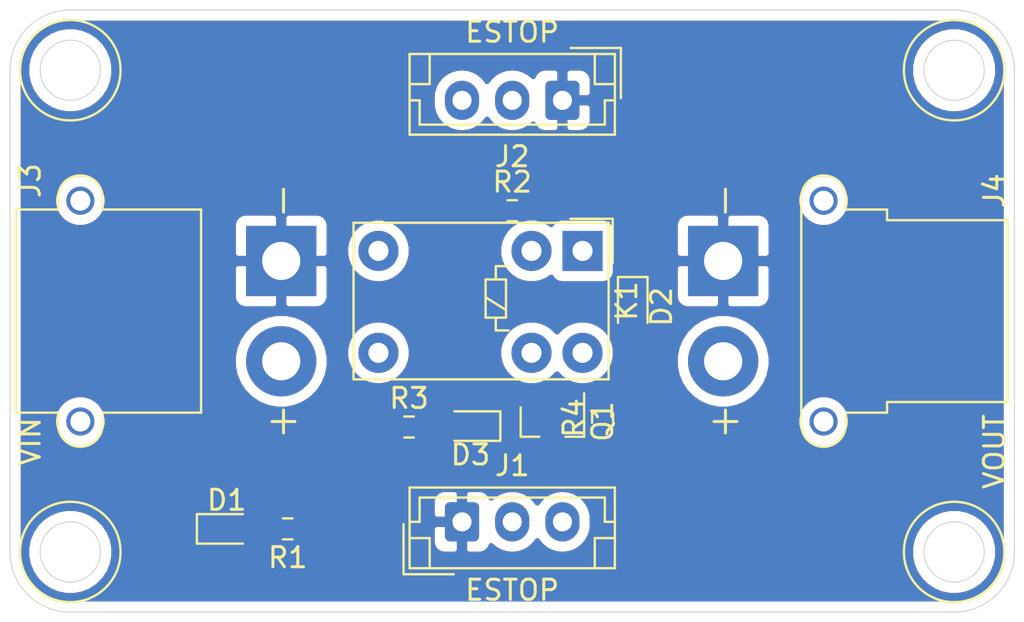
<source format=kicad_pcb>
(kicad_pcb (version 20171130) (host pcbnew "(5.1.8)-1")

  (general
    (thickness 1.6)
    (drawings 16)
    (tracks 0)
    (zones 0)
    (modules 13)
    (nets 13)
  )

  (page A4)
  (layers
    (0 F.Cu signal)
    (31 B.Cu signal)
    (32 B.Adhes user)
    (33 F.Adhes user)
    (34 B.Paste user)
    (35 F.Paste user)
    (36 B.SilkS user)
    (37 F.SilkS user)
    (38 B.Mask user)
    (39 F.Mask user)
    (40 Dwgs.User user)
    (41 Cmts.User user)
    (42 Eco1.User user)
    (43 Eco2.User user)
    (44 Edge.Cuts user)
    (45 Margin user)
    (46 B.CrtYd user)
    (47 F.CrtYd user)
    (48 B.Fab user)
    (49 F.Fab user)
  )

  (setup
    (last_trace_width 0.25)
    (trace_clearance 0.2)
    (zone_clearance 0.508)
    (zone_45_only no)
    (trace_min 0.2)
    (via_size 0.8)
    (via_drill 0.4)
    (via_min_size 0.4)
    (via_min_drill 0.3)
    (uvia_size 0.3)
    (uvia_drill 0.1)
    (uvias_allowed no)
    (uvia_min_size 0.2)
    (uvia_min_drill 0.1)
    (edge_width 0.05)
    (segment_width 0.2)
    (pcb_text_width 0.3)
    (pcb_text_size 1.5 1.5)
    (mod_edge_width 0.12)
    (mod_text_size 1 1)
    (mod_text_width 0.15)
    (pad_size 1.524 1.524)
    (pad_drill 0.762)
    (pad_to_mask_clearance 0)
    (aux_axis_origin 0 0)
    (visible_elements 7FFFFFFF)
    (pcbplotparams
      (layerselection 0x010fc_ffffffff)
      (usegerberextensions false)
      (usegerberattributes true)
      (usegerberadvancedattributes true)
      (creategerberjobfile true)
      (excludeedgelayer true)
      (linewidth 0.100000)
      (plotframeref false)
      (viasonmask false)
      (mode 1)
      (useauxorigin false)
      (hpglpennumber 1)
      (hpglpenspeed 20)
      (hpglpendiameter 15.000000)
      (psnegative false)
      (psa4output false)
      (plotreference true)
      (plotvalue true)
      (plotinvisibletext false)
      (padsonsilk false)
      (subtractmaskfromsilk false)
      (outputformat 1)
      (mirror false)
      (drillshape 1)
      (scaleselection 1)
      (outputdirectory ""))
  )

  (net 0 "")
  (net 1 GND)
  (net 2 "Net-(D1-Pad2)")
  (net 3 "Net-(D2-Pad2)")
  (net 4 "Net-(D3-Pad2)")
  (net 5 /ESTOP_SIGNAL)
  (net 6 +3V3)
  (net 7 VDD)
  (net 8 "Net-(J4-Pad2)")
  (net 9 "Net-(Q1-Pad1)")
  (net 10 "Net-(K1-Pad10)")
  (net 11 "Net-(K1-Pad1)")
  (net 12 "Net-(K1-Pad2)")

  (net_class Default "This is the default net class."
    (clearance 0.2)
    (trace_width 0.25)
    (via_dia 0.8)
    (via_drill 0.4)
    (uvia_dia 0.3)
    (uvia_drill 0.1)
    (add_net +3V3)
    (add_net /ESTOP_SIGNAL)
    (add_net GND)
    (add_net "Net-(D1-Pad2)")
    (add_net "Net-(D2-Pad2)")
    (add_net "Net-(D3-Pad2)")
    (add_net "Net-(J4-Pad2)")
    (add_net "Net-(K1-Pad1)")
    (add_net "Net-(K1-Pad10)")
    (add_net "Net-(K1-Pad2)")
    (add_net "Net-(Q1-Pad1)")
    (add_net VDD)
  )

  (module LED_SMD:LED_0603_1608Metric (layer F.Cu) (tedit 5F68FEF1) (tstamp 602CE7E1)
    (at 200.7875 75.85)
    (descr "LED SMD 0603 (1608 Metric), square (rectangular) end terminal, IPC_7351 nominal, (Body size source: http://www.tortai-tech.com/upload/download/2011102023233369053.pdf), generated with kicad-footprint-generator")
    (tags LED)
    (path /602CFC1E)
    (attr smd)
    (fp_text reference D1 (at 0 -1.43) (layer F.SilkS)
      (effects (font (size 1 1) (thickness 0.15)))
    )
    (fp_text value PWR (at 0 1.43) (layer F.Fab)
      (effects (font (size 1 1) (thickness 0.15)))
    )
    (fp_line (start 1.48 0.73) (end -1.48 0.73) (layer F.CrtYd) (width 0.05))
    (fp_line (start 1.48 -0.73) (end 1.48 0.73) (layer F.CrtYd) (width 0.05))
    (fp_line (start -1.48 -0.73) (end 1.48 -0.73) (layer F.CrtYd) (width 0.05))
    (fp_line (start -1.48 0.73) (end -1.48 -0.73) (layer F.CrtYd) (width 0.05))
    (fp_line (start -1.485 0.735) (end 0.8 0.735) (layer F.SilkS) (width 0.12))
    (fp_line (start -1.485 -0.735) (end -1.485 0.735) (layer F.SilkS) (width 0.12))
    (fp_line (start 0.8 -0.735) (end -1.485 -0.735) (layer F.SilkS) (width 0.12))
    (fp_line (start 0.8 0.4) (end 0.8 -0.4) (layer F.Fab) (width 0.1))
    (fp_line (start -0.8 0.4) (end 0.8 0.4) (layer F.Fab) (width 0.1))
    (fp_line (start -0.8 -0.1) (end -0.8 0.4) (layer F.Fab) (width 0.1))
    (fp_line (start -0.5 -0.4) (end -0.8 -0.1) (layer F.Fab) (width 0.1))
    (fp_line (start 0.8 -0.4) (end -0.5 -0.4) (layer F.Fab) (width 0.1))
    (fp_text user %R (at 0 0) (layer F.Fab)
      (effects (font (size 0.4 0.4) (thickness 0.06)))
    )
    (pad 1 smd roundrect (at -0.7875 0) (size 0.875 0.95) (layers F.Cu F.Paste F.Mask) (roundrect_rratio 0.25)
      (net 1 GND))
    (pad 2 smd roundrect (at 0.7875 0) (size 0.875 0.95) (layers F.Cu F.Paste F.Mask) (roundrect_rratio 0.25)
      (net 2 "Net-(D1-Pad2)"))
    (model ${KISYS3DMOD}/LED_SMD.3dshapes/LED_0603_1608Metric.wrl
      (at (xyz 0 0 0))
      (scale (xyz 1 1 1))
      (rotate (xyz 0 0 0))
    )
  )

  (module Diode_SMD:D_0603_1608Metric (layer F.Cu) (tedit 5F68FEF0) (tstamp 602CD0FB)
    (at 221 64.7875 270)
    (descr "Diode SMD 0603 (1608 Metric), square (rectangular) end terminal, IPC_7351 nominal, (Body size source: http://www.tortai-tech.com/upload/download/2011102023233369053.pdf), generated with kicad-footprint-generator")
    (tags diode)
    (path /602D08BB)
    (attr smd)
    (fp_text reference D2 (at 0 -1.43 90) (layer F.SilkS)
      (effects (font (size 1 1) (thickness 0.15)))
    )
    (fp_text value D_Small (at 0 1.43 90) (layer F.Fab)
      (effects (font (size 1 1) (thickness 0.15)))
    )
    (fp_line (start 1.48 0.73) (end -1.48 0.73) (layer F.CrtYd) (width 0.05))
    (fp_line (start 1.48 -0.73) (end 1.48 0.73) (layer F.CrtYd) (width 0.05))
    (fp_line (start -1.48 -0.73) (end 1.48 -0.73) (layer F.CrtYd) (width 0.05))
    (fp_line (start -1.48 0.73) (end -1.48 -0.73) (layer F.CrtYd) (width 0.05))
    (fp_line (start -1.485 0.735) (end 0.8 0.735) (layer F.SilkS) (width 0.12))
    (fp_line (start -1.485 -0.735) (end -1.485 0.735) (layer F.SilkS) (width 0.12))
    (fp_line (start 0.8 -0.735) (end -1.485 -0.735) (layer F.SilkS) (width 0.12))
    (fp_line (start 0.8 0.4) (end 0.8 -0.4) (layer F.Fab) (width 0.1))
    (fp_line (start -0.8 0.4) (end 0.8 0.4) (layer F.Fab) (width 0.1))
    (fp_line (start -0.8 -0.1) (end -0.8 0.4) (layer F.Fab) (width 0.1))
    (fp_line (start -0.5 -0.4) (end -0.8 -0.1) (layer F.Fab) (width 0.1))
    (fp_line (start 0.8 -0.4) (end -0.5 -0.4) (layer F.Fab) (width 0.1))
    (fp_text user %R (at 0 0 90) (layer F.Fab)
      (effects (font (size 0.4 0.4) (thickness 0.06)))
    )
    (pad 1 smd roundrect (at -0.7875 0 270) (size 0.875 0.95) (layers F.Cu F.Paste F.Mask) (roundrect_rratio 0.25)
      (net 6 +3V3))
    (pad 2 smd roundrect (at 0.7875 0 270) (size 0.875 0.95) (layers F.Cu F.Paste F.Mask) (roundrect_rratio 0.25)
      (net 3 "Net-(D2-Pad2)"))
    (model ${KISYS3DMOD}/Diode_SMD.3dshapes/D_0603_1608Metric.wrl
      (at (xyz 0 0 0))
      (scale (xyz 1 1 1))
      (rotate (xyz 0 0 0))
    )
  )

  (module LED_SMD:LED_0603_1608Metric (layer F.Cu) (tedit 5F68FEF1) (tstamp 602CD10E)
    (at 212.9225 70.73 180)
    (descr "LED SMD 0603 (1608 Metric), square (rectangular) end terminal, IPC_7351 nominal, (Body size source: http://www.tortai-tech.com/upload/download/2011102023233369053.pdf), generated with kicad-footprint-generator")
    (tags LED)
    (path /602D0656)
    (attr smd)
    (fp_text reference D3 (at 0 -1.43) (layer F.SilkS)
      (effects (font (size 1 1) (thickness 0.15)))
    )
    (fp_text value RELAY (at 0 1.43) (layer F.Fab)
      (effects (font (size 1 1) (thickness 0.15)))
    )
    (fp_line (start 0.8 -0.4) (end -0.5 -0.4) (layer F.Fab) (width 0.1))
    (fp_line (start -0.5 -0.4) (end -0.8 -0.1) (layer F.Fab) (width 0.1))
    (fp_line (start -0.8 -0.1) (end -0.8 0.4) (layer F.Fab) (width 0.1))
    (fp_line (start -0.8 0.4) (end 0.8 0.4) (layer F.Fab) (width 0.1))
    (fp_line (start 0.8 0.4) (end 0.8 -0.4) (layer F.Fab) (width 0.1))
    (fp_line (start 0.8 -0.735) (end -1.485 -0.735) (layer F.SilkS) (width 0.12))
    (fp_line (start -1.485 -0.735) (end -1.485 0.735) (layer F.SilkS) (width 0.12))
    (fp_line (start -1.485 0.735) (end 0.8 0.735) (layer F.SilkS) (width 0.12))
    (fp_line (start -1.48 0.73) (end -1.48 -0.73) (layer F.CrtYd) (width 0.05))
    (fp_line (start -1.48 -0.73) (end 1.48 -0.73) (layer F.CrtYd) (width 0.05))
    (fp_line (start 1.48 -0.73) (end 1.48 0.73) (layer F.CrtYd) (width 0.05))
    (fp_line (start 1.48 0.73) (end -1.48 0.73) (layer F.CrtYd) (width 0.05))
    (fp_text user %R (at 0 0) (layer F.Fab)
      (effects (font (size 0.4 0.4) (thickness 0.06)))
    )
    (pad 2 smd roundrect (at 0.7875 0 180) (size 0.875 0.95) (layers F.Cu F.Paste F.Mask) (roundrect_rratio 0.25)
      (net 4 "Net-(D3-Pad2)"))
    (pad 1 smd roundrect (at -0.7875 0 180) (size 0.875 0.95) (layers F.Cu F.Paste F.Mask) (roundrect_rratio 0.25)
      (net 3 "Net-(D2-Pad2)"))
    (model ${KISYS3DMOD}/LED_SMD.3dshapes/LED_0603_1608Metric.wrl
      (at (xyz 0 0 0))
      (scale (xyz 1 1 1))
      (rotate (xyz 0 0 0))
    )
  )

  (module Connector_JST:JST_EH_B3B-EH-A_1x03_P2.50mm_Vertical (layer F.Cu) (tedit 5C28142C) (tstamp 602CD12F)
    (at 212.5 75.5)
    (descr "JST EH series connector, B3B-EH-A (http://www.jst-mfg.com/product/pdf/eng/eEH.pdf), generated with kicad-footprint-generator")
    (tags "connector JST EH vertical")
    (path /602C850D)
    (fp_text reference J1 (at 2.5 -2.8) (layer F.SilkS)
      (effects (font (size 1 1) (thickness 0.15)))
    )
    (fp_text value ESTOP (at 2.5 3.4) (layer F.SilkS)
      (effects (font (size 1 1) (thickness 0.15)))
    )
    (fp_line (start -2.5 -1.6) (end -2.5 2.2) (layer F.Fab) (width 0.1))
    (fp_line (start -2.5 2.2) (end 7.5 2.2) (layer F.Fab) (width 0.1))
    (fp_line (start 7.5 2.2) (end 7.5 -1.6) (layer F.Fab) (width 0.1))
    (fp_line (start 7.5 -1.6) (end -2.5 -1.6) (layer F.Fab) (width 0.1))
    (fp_line (start -3 -2.1) (end -3 2.7) (layer F.CrtYd) (width 0.05))
    (fp_line (start -3 2.7) (end 8 2.7) (layer F.CrtYd) (width 0.05))
    (fp_line (start 8 2.7) (end 8 -2.1) (layer F.CrtYd) (width 0.05))
    (fp_line (start 8 -2.1) (end -3 -2.1) (layer F.CrtYd) (width 0.05))
    (fp_line (start -2.61 -1.71) (end -2.61 2.31) (layer F.SilkS) (width 0.12))
    (fp_line (start -2.61 2.31) (end 7.61 2.31) (layer F.SilkS) (width 0.12))
    (fp_line (start 7.61 2.31) (end 7.61 -1.71) (layer F.SilkS) (width 0.12))
    (fp_line (start 7.61 -1.71) (end -2.61 -1.71) (layer F.SilkS) (width 0.12))
    (fp_line (start -2.61 0) (end -2.11 0) (layer F.SilkS) (width 0.12))
    (fp_line (start -2.11 0) (end -2.11 -1.21) (layer F.SilkS) (width 0.12))
    (fp_line (start -2.11 -1.21) (end 7.11 -1.21) (layer F.SilkS) (width 0.12))
    (fp_line (start 7.11 -1.21) (end 7.11 0) (layer F.SilkS) (width 0.12))
    (fp_line (start 7.11 0) (end 7.61 0) (layer F.SilkS) (width 0.12))
    (fp_line (start -2.61 0.81) (end -1.61 0.81) (layer F.SilkS) (width 0.12))
    (fp_line (start -1.61 0.81) (end -1.61 2.31) (layer F.SilkS) (width 0.12))
    (fp_line (start 7.61 0.81) (end 6.61 0.81) (layer F.SilkS) (width 0.12))
    (fp_line (start 6.61 0.81) (end 6.61 2.31) (layer F.SilkS) (width 0.12))
    (fp_line (start -2.91 0.11) (end -2.91 2.61) (layer F.SilkS) (width 0.12))
    (fp_line (start -2.91 2.61) (end -0.41 2.61) (layer F.SilkS) (width 0.12))
    (fp_line (start -2.91 0.11) (end -2.91 2.61) (layer F.Fab) (width 0.1))
    (fp_line (start -2.91 2.61) (end -0.41 2.61) (layer F.Fab) (width 0.1))
    (fp_text user %R (at 2.5 1.5) (layer F.Fab)
      (effects (font (size 1 1) (thickness 0.15)))
    )
    (pad 3 thru_hole oval (at 5 0) (size 1.7 1.95) (drill 0.95) (layers *.Cu *.Mask)
      (net 5 /ESTOP_SIGNAL))
    (pad 2 thru_hole oval (at 2.5 0) (size 1.7 1.95) (drill 0.95) (layers *.Cu *.Mask)
      (net 6 +3V3))
    (pad 1 thru_hole roundrect (at 0 0) (size 1.7 1.95) (drill 0.95) (layers *.Cu *.Mask) (roundrect_rratio 0.147059)
      (net 1 GND))
    (model ${KISYS3DMOD}/Connector_JST.3dshapes/JST_EH_B3B-EH-A_1x03_P2.50mm_Vertical.wrl
      (at (xyz 0 0 0))
      (scale (xyz 1 1 1))
      (rotate (xyz 0 0 0))
    )
  )

  (module Connector_JST:JST_EH_B3B-EH-A_1x03_P2.50mm_Vertical (layer F.Cu) (tedit 5C28142C) (tstamp 602CE855)
    (at 217.5 54.5 180)
    (descr "JST EH series connector, B3B-EH-A (http://www.jst-mfg.com/product/pdf/eng/eEH.pdf), generated with kicad-footprint-generator")
    (tags "connector JST EH vertical")
    (path /602C6920)
    (fp_text reference J2 (at 2.5 -2.8) (layer F.SilkS)
      (effects (font (size 1 1) (thickness 0.15)))
    )
    (fp_text value ESTOP (at 2.5 3.4) (layer F.SilkS)
      (effects (font (size 1 1) (thickness 0.15)))
    )
    (fp_line (start -2.91 2.61) (end -0.41 2.61) (layer F.Fab) (width 0.1))
    (fp_line (start -2.91 0.11) (end -2.91 2.61) (layer F.Fab) (width 0.1))
    (fp_line (start -2.91 2.61) (end -0.41 2.61) (layer F.SilkS) (width 0.12))
    (fp_line (start -2.91 0.11) (end -2.91 2.61) (layer F.SilkS) (width 0.12))
    (fp_line (start 6.61 0.81) (end 6.61 2.31) (layer F.SilkS) (width 0.12))
    (fp_line (start 7.61 0.81) (end 6.61 0.81) (layer F.SilkS) (width 0.12))
    (fp_line (start -1.61 0.81) (end -1.61 2.31) (layer F.SilkS) (width 0.12))
    (fp_line (start -2.61 0.81) (end -1.61 0.81) (layer F.SilkS) (width 0.12))
    (fp_line (start 7.11 0) (end 7.61 0) (layer F.SilkS) (width 0.12))
    (fp_line (start 7.11 -1.21) (end 7.11 0) (layer F.SilkS) (width 0.12))
    (fp_line (start -2.11 -1.21) (end 7.11 -1.21) (layer F.SilkS) (width 0.12))
    (fp_line (start -2.11 0) (end -2.11 -1.21) (layer F.SilkS) (width 0.12))
    (fp_line (start -2.61 0) (end -2.11 0) (layer F.SilkS) (width 0.12))
    (fp_line (start 7.61 -1.71) (end -2.61 -1.71) (layer F.SilkS) (width 0.12))
    (fp_line (start 7.61 2.31) (end 7.61 -1.71) (layer F.SilkS) (width 0.12))
    (fp_line (start -2.61 2.31) (end 7.61 2.31) (layer F.SilkS) (width 0.12))
    (fp_line (start -2.61 -1.71) (end -2.61 2.31) (layer F.SilkS) (width 0.12))
    (fp_line (start 8 -2.1) (end -3 -2.1) (layer F.CrtYd) (width 0.05))
    (fp_line (start 8 2.7) (end 8 -2.1) (layer F.CrtYd) (width 0.05))
    (fp_line (start -3 2.7) (end 8 2.7) (layer F.CrtYd) (width 0.05))
    (fp_line (start -3 -2.1) (end -3 2.7) (layer F.CrtYd) (width 0.05))
    (fp_line (start 7.5 -1.6) (end -2.5 -1.6) (layer F.Fab) (width 0.1))
    (fp_line (start 7.5 2.2) (end 7.5 -1.6) (layer F.Fab) (width 0.1))
    (fp_line (start -2.5 2.2) (end 7.5 2.2) (layer F.Fab) (width 0.1))
    (fp_line (start -2.5 -1.6) (end -2.5 2.2) (layer F.Fab) (width 0.1))
    (fp_text user %R (at 2.5 1.5) (layer F.Fab)
      (effects (font (size 1 1) (thickness 0.15)))
    )
    (pad 1 thru_hole roundrect (at 0 0 180) (size 1.7 1.95) (drill 0.95) (layers *.Cu *.Mask) (roundrect_rratio 0.147059)
      (net 1 GND))
    (pad 2 thru_hole oval (at 2.5 0 180) (size 1.7 1.95) (drill 0.95) (layers *.Cu *.Mask)
      (net 6 +3V3))
    (pad 3 thru_hole oval (at 5 0 180) (size 1.7 1.95) (drill 0.95) (layers *.Cu *.Mask)
      (net 5 /ESTOP_SIGNAL))
    (model ${KISYS3DMOD}/Connector_JST.3dshapes/JST_EH_B3B-EH-A_1x03_P2.50mm_Vertical.wrl
      (at (xyz 0 0 0))
      (scale (xyz 1 1 1))
      (rotate (xyz 0 0 0))
    )
  )

  (module Connector_AMASS:AMASS_XT30PW-M_1x02_P2.50mm_Horizontal (layer F.Cu) (tedit 602C6D95) (tstamp 602CD177)
    (at 203.5 62.5 90)
    (descr "Connector XT30 Horizontal PCB Male, https://www.tme.eu/en/Document/ce4077e36b79046da520ca73227e15de/XT30PW%20SPEC.pdf")
    (tags "RC Connector XT30")
    (path /602CA4FD)
    (fp_text reference J3 (at 4 -12.5 90) (layer F.SilkS)
      (effects (font (size 1 1) (thickness 0.15)))
    )
    (fp_text value VIN (at -9 -12.5 90) (layer F.SilkS)
      (effects (font (size 1 1) (thickness 0.15)))
    )
    (fp_line (start 2.45 -13.1) (end 2.45 -11) (layer F.Fab) (width 0.1))
    (fp_line (start -7.45 -13.1) (end -7.45 -11) (layer F.Fab) (width 0.1))
    (fp_line (start -7.45 -4.1) (end 2.45 -4.1) (layer F.Fab) (width 0.1))
    (fp_line (start -7.45 -13.1) (end 2.45 -13.1) (layer F.Fab) (width 0.1))
    (fp_line (start -7.56 -13.21) (end 2.56 -13.21) (layer F.SilkS) (width 0.12))
    (fp_line (start -7.56 -3.99) (end 2.56 -3.99) (layer F.SilkS) (width 0.12))
    (fp_line (start -7.56 -8.89) (end -7.56 -3.99) (layer F.SilkS) (width 0.12))
    (fp_line (start -7.56 -13.21) (end -7.56 -11.11) (layer F.SilkS) (width 0.12))
    (fp_line (start 2.56 -8.89) (end 2.56 -3.99) (layer F.SilkS) (width 0.12))
    (fp_line (start -8.15 -11) (end -7.45 -11) (layer F.Fab) (width 0.1))
    (fp_line (start 2.45 -11) (end 3.15 -11) (layer F.Fab) (width 0.1))
    (fp_line (start 2.45 -9) (end 3.15 -9) (layer F.Fab) (width 0.1))
    (fp_line (start -8.15 -9) (end -7.45 -9) (layer F.Fab) (width 0.1))
    (fp_line (start 2.45 -9) (end 2.45 -4.1) (layer F.Fab) (width 0.1))
    (fp_line (start -7.45 -9) (end -7.45 -4.1) (layer F.Fab) (width 0.1))
    (fp_line (start 2.56 -8.89) (end 3.15 -8.89) (layer F.SilkS) (width 0.12))
    (fp_line (start 2.56 -11.11) (end 3.15 -11.11) (layer F.SilkS) (width 0.12))
    (fp_line (start -8.15 -11.11) (end -7.56 -11.11) (layer F.SilkS) (width 0.12))
    (fp_line (start -8.15 -8.89) (end -7.56 -8.89) (layer F.SilkS) (width 0.12))
    (fp_line (start -9.65 -13.6) (end -9.65 2.25) (layer F.CrtYd) (width 0.05))
    (fp_line (start -9.65 2.25) (end 4.65 2.25) (layer F.CrtYd) (width 0.05))
    (fp_line (start 4.65 -13.6) (end 4.65 2.25) (layer F.CrtYd) (width 0.05))
    (fp_line (start -9.65 -13.6) (end 4.65 -13.6) (layer F.CrtYd) (width 0.05))
    (fp_line (start 2.56 -13.21) (end 2.56 -11.11) (layer F.SilkS) (width 0.12))
    (fp_text user %R (at -2.5 -3 90) (layer F.Fab)
      (effects (font (size 1 1) (thickness 0.15)))
    )
    (fp_arc (start 3.15 -10) (end 3.15 -9) (angle -180) (layer F.Fab) (width 0.1))
    (fp_arc (start -8.15 -10) (end -8.15 -11) (angle -180) (layer F.Fab) (width 0.1))
    (fp_arc (start -8.15 -10) (end -8.15 -11.11) (angle -180) (layer F.SilkS) (width 0.12))
    (fp_arc (start 3.15 -10) (end 3.15 -8.89) (angle -180) (layer F.SilkS) (width 0.12))
    (fp_text user - (at 3 0 90) (layer F.SilkS)
      (effects (font (size 1.5 1.5) (thickness 0.15)))
    )
    (fp_text user + (at -8 0 90) (layer F.SilkS)
      (effects (font (size 1.5 1.5) (thickness 0.15)))
    )
    (pad "" thru_hole circle (at 3 -10 90) (size 1.4 1.4) (drill 1) (layers *.Cu *.Mask))
    (pad "" thru_hole circle (at -8 -10 90) (size 1.4 1.4) (drill 1) (layers *.Cu *.Mask))
    (pad 1 thru_hole rect (at 0 0 90) (size 3.5 3.5) (drill 1.9) (layers *.Cu *.Mask)
      (net 1 GND))
    (pad 2 thru_hole circle (at -5 0 90) (size 3.5 3.5) (drill 1.9) (layers *.Cu *.Mask)
      (net 7 VDD))
    (model ${KISYS3DMOD}/Connector_AMASS.3dshapes/AMASS_XT30PW-M_1x02_P2.50mm_Horizontal.wrl
      (at (xyz 0 0 0))
      (scale (xyz 1 1 1))
      (rotate (xyz 0 0 0))
    )
    (model "Z:/Workspace/Robot Boards/EStop/docs/pcb/lib/Connector_AMASS/User Library-XT30PW-M.step"
      (offset (xyz -2.5 8.5 0))
      (scale (xyz 1 1 1))
      (rotate (xyz 0 0 90))
    )
  )

  (module Connector_AMASS:AMASS_XT30PW-F_1x02_P2.50mm_Horizontal (layer F.Cu) (tedit 602C6D7A) (tstamp 602CF09D)
    (at 225.5 62.5 270)
    (descr "Connector XT30 Horizontal PCB Female, https://www.tme.eu/en/Document/ce4077e36b79046da520ca73227e15de/XT30PW%20SPEC.pdf")
    (tags "RC Connector XT30")
    (path /602C86F8)
    (fp_text reference J4 (at -3.5 -13.5 90) (layer F.SilkS)
      (effects (font (size 1 1) (thickness 0.15)))
    )
    (fp_text value VOUT (at 9.5 -13.5 90) (layer F.SilkS)
      (effects (font (size 1 1) (thickness 0.15)))
    )
    (fp_line (start -1.92 -14.05) (end 6.92 -14.05) (layer F.Fab) (width 0.1))
    (fp_line (start -1.92 -14.05) (end -1.92 -8.05) (layer F.Fab) (width 0.1))
    (fp_line (start 6.92 -14.05) (end 6.92 -8.05) (layer F.Fab) (width 0.1))
    (fp_line (start -2.45 -8.05) (end 7.45 -8.05) (layer F.Fab) (width 0.1))
    (fp_line (start -2.56 -8.16) (end -2.03 -8.16) (layer F.SilkS) (width 0.12))
    (fp_line (start -4.65 2.25) (end 9.65 2.25) (layer F.CrtYd) (width 0.05))
    (fp_line (start 9.65 -8.55) (end 9.65 2.25) (layer F.CrtYd) (width 0.05))
    (fp_line (start 7.42 -8.55) (end 9.65 -8.55) (layer F.CrtYd) (width 0.05))
    (fp_line (start 7.42 -14.55) (end 7.42 -8.55) (layer F.CrtYd) (width 0.05))
    (fp_line (start -2.42 -14.55) (end 7.42 -14.55) (layer F.CrtYd) (width 0.05))
    (fp_line (start -2.42 -14.55) (end -2.42 -8.55) (layer F.CrtYd) (width 0.05))
    (fp_line (start -4.65 -8.55) (end -2.42 -8.55) (layer F.CrtYd) (width 0.05))
    (fp_line (start -4.65 -8.55) (end -4.65 2.25) (layer F.CrtYd) (width 0.05))
    (fp_line (start -3.26 -3.89) (end 8.26 -3.89) (layer F.SilkS) (width 0.12))
    (fp_line (start -3.15 -4) (end 8.15 -4) (layer F.Fab) (width 0.1))
    (fp_line (start -3.15 -6) (end -2.45 -6) (layer F.Fab) (width 0.1))
    (fp_line (start -2.45 -8.05) (end -2.45 -6) (layer F.Fab) (width 0.1))
    (fp_line (start 7.45 -8.05) (end 7.45 -6.05) (layer F.Fab) (width 0.1))
    (fp_line (start 7.45 -6) (end 8.15 -6) (layer F.Fab) (width 0.1))
    (fp_line (start -2.56 -8.16) (end -2.56 -6.11) (layer F.SilkS) (width 0.12))
    (fp_line (start -3.26 -6.11) (end -2.56 -6.11) (layer F.SilkS) (width 0.12))
    (fp_line (start 7.56 -6.11) (end 8.26 -6.11) (layer F.SilkS) (width 0.12))
    (fp_line (start 7.56 -8.16) (end 7.56 -6.11) (layer F.SilkS) (width 0.12))
    (fp_line (start 7.03 -8.16) (end 7.56 -8.16) (layer F.SilkS) (width 0.12))
    (fp_line (start 7.03 -14.16) (end 7.03 -8.16) (layer F.SilkS) (width 0.12))
    (fp_line (start -2.03 -14.16) (end 7 -14.16) (layer F.SilkS) (width 0.12))
    (fp_line (start -2.03 -14.16) (end -2.03 -8.16) (layer F.SilkS) (width 0.12))
    (fp_text user %R (at 2.5 -3 90) (layer F.Fab)
      (effects (font (size 1 1) (thickness 0.15)))
    )
    (fp_arc (start 8.15 -5) (end 8.15 -4) (angle -180) (layer F.Fab) (width 0.1))
    (fp_arc (start -3.15 -5) (end -3.15 -6) (angle -180) (layer F.Fab) (width 0.1))
    (fp_arc (start -3.15 -5) (end -3.15 -6.11) (angle -171.1) (layer F.SilkS) (width 0.12))
    (fp_arc (start 8.15 -5) (end 8.15 -3.89) (angle -180) (layer F.SilkS) (width 0.12))
    (fp_text user + (at 8 0 90) (layer F.SilkS)
      (effects (font (size 1.5 1.5) (thickness 0.15)))
    )
    (fp_text user - (at -3 0 90) (layer F.SilkS)
      (effects (font (size 1.5 1.5) (thickness 0.15)))
    )
    (pad "" thru_hole circle (at -3 -5) (size 1.4 1.4) (drill 1) (layers *.Cu *.Mask))
    (pad "" thru_hole circle (at 8 -5 270) (size 1.4 1.4) (drill 1) (layers *.Cu *.Mask))
    (pad 1 thru_hole rect (at 0 0 270) (size 3.5 3.5) (drill 1.9) (layers *.Cu *.Mask)
      (net 1 GND))
    (pad 2 thru_hole circle (at 5 0 270) (size 3.5 3.5) (drill 1.9) (layers *.Cu *.Mask)
      (net 8 "Net-(J4-Pad2)"))
    (model ${KISYS3DMOD}/Connector_AMASS.3dshapes/AMASS_XT30PW-F_1x02_P2.50mm_Horizontal.wrl
      (at (xyz 0 0 0))
      (scale (xyz 1 1 1))
      (rotate (xyz 0 0 0))
    )
    (model "Z:/Workspace/Robot Boards/EStop/docs/pcb/lib/Connector_AMASS/User Library-XT30PW-F.step"
      (offset (xyz 2.5 5.75 0))
      (scale (xyz 1 1 1))
      (rotate (xyz 0 0 90))
    )
  )

  (module Package_TO_SOT_SMD:SOT-23 (layer F.Cu) (tedit 5A02FF57) (tstamp 602CD1DD)
    (at 217 70.5 270)
    (descr "SOT-23, Standard")
    (tags SOT-23)
    (path /602D1246)
    (attr smd)
    (fp_text reference Q1 (at 0 -2.5 90) (layer F.SilkS)
      (effects (font (size 1 1) (thickness 0.15)))
    )
    (fp_text value Q_NPN_BCE (at -0.075001 2.5 90) (layer F.Fab)
      (effects (font (size 1 1) (thickness 0.15)))
    )
    (fp_text user %R (at 0 0) (layer F.Fab)
      (effects (font (size 0.5 0.5) (thickness 0.075)))
    )
    (fp_line (start -0.7 -0.95) (end -0.7 1.5) (layer F.Fab) (width 0.1))
    (fp_line (start -0.15 -1.52) (end 0.7 -1.52) (layer F.Fab) (width 0.1))
    (fp_line (start -0.7 -0.95) (end -0.15 -1.52) (layer F.Fab) (width 0.1))
    (fp_line (start 0.7 -1.52) (end 0.7 1.52) (layer F.Fab) (width 0.1))
    (fp_line (start -0.7 1.52) (end 0.7 1.52) (layer F.Fab) (width 0.1))
    (fp_line (start 0.76 1.58) (end 0.76 0.65) (layer F.SilkS) (width 0.12))
    (fp_line (start 0.76 -1.58) (end 0.76 -0.65) (layer F.SilkS) (width 0.12))
    (fp_line (start -1.7 -1.75) (end 1.7 -1.75) (layer F.CrtYd) (width 0.05))
    (fp_line (start 1.7 -1.75) (end 1.7 1.75) (layer F.CrtYd) (width 0.05))
    (fp_line (start 1.7 1.75) (end -1.7 1.75) (layer F.CrtYd) (width 0.05))
    (fp_line (start -1.7 1.75) (end -1.7 -1.75) (layer F.CrtYd) (width 0.05))
    (fp_line (start 0.76 -1.58) (end -1.4 -1.58) (layer F.SilkS) (width 0.12))
    (fp_line (start 0.76 1.58) (end -0.7 1.58) (layer F.SilkS) (width 0.12))
    (pad 3 smd rect (at 1 0 270) (size 0.9 0.8) (layers F.Cu F.Paste F.Mask)
      (net 1 GND))
    (pad 2 smd rect (at -1 0.95 270) (size 0.9 0.8) (layers F.Cu F.Paste F.Mask)
      (net 3 "Net-(D2-Pad2)"))
    (pad 1 smd rect (at -1 -0.95 270) (size 0.9 0.8) (layers F.Cu F.Paste F.Mask)
      (net 9 "Net-(Q1-Pad1)"))
    (model ${KISYS3DMOD}/Package_TO_SOT_SMD.3dshapes/SOT-23.wrl
      (at (xyz 0 0 0))
      (scale (xyz 1 1 1))
      (rotate (xyz 0 0 0))
    )
  )

  (module Resistor_SMD:R_0603_1608Metric (layer F.Cu) (tedit 5F68FEEE) (tstamp 602CE815)
    (at 203.825 75.85 180)
    (descr "Resistor SMD 0603 (1608 Metric), square (rectangular) end terminal, IPC_7351 nominal, (Body size source: IPC-SM-782 page 72, https://www.pcb-3d.com/wordpress/wp-content/uploads/ipc-sm-782a_amendment_1_and_2.pdf), generated with kicad-footprint-generator")
    (tags resistor)
    (path /602CF973)
    (attr smd)
    (fp_text reference R1 (at 0 -1.43) (layer F.SilkS)
      (effects (font (size 1 1) (thickness 0.15)))
    )
    (fp_text value R_Small (at 0 1.43) (layer F.Fab)
      (effects (font (size 1 1) (thickness 0.15)))
    )
    (fp_line (start -0.8 0.4125) (end -0.8 -0.4125) (layer F.Fab) (width 0.1))
    (fp_line (start -0.8 -0.4125) (end 0.8 -0.4125) (layer F.Fab) (width 0.1))
    (fp_line (start 0.8 -0.4125) (end 0.8 0.4125) (layer F.Fab) (width 0.1))
    (fp_line (start 0.8 0.4125) (end -0.8 0.4125) (layer F.Fab) (width 0.1))
    (fp_line (start -0.237258 -0.5225) (end 0.237258 -0.5225) (layer F.SilkS) (width 0.12))
    (fp_line (start -0.237258 0.5225) (end 0.237258 0.5225) (layer F.SilkS) (width 0.12))
    (fp_line (start -1.48 0.73) (end -1.48 -0.73) (layer F.CrtYd) (width 0.05))
    (fp_line (start -1.48 -0.73) (end 1.48 -0.73) (layer F.CrtYd) (width 0.05))
    (fp_line (start 1.48 -0.73) (end 1.48 0.73) (layer F.CrtYd) (width 0.05))
    (fp_line (start 1.48 0.73) (end -1.48 0.73) (layer F.CrtYd) (width 0.05))
    (fp_text user %R (at 0 0) (layer F.Fab)
      (effects (font (size 0.4 0.4) (thickness 0.06)))
    )
    (pad 2 smd roundrect (at 0.825 0 180) (size 0.8 0.95) (layers F.Cu F.Paste F.Mask) (roundrect_rratio 0.25)
      (net 2 "Net-(D1-Pad2)"))
    (pad 1 smd roundrect (at -0.825 0 180) (size 0.8 0.95) (layers F.Cu F.Paste F.Mask) (roundrect_rratio 0.25)
      (net 6 +3V3))
    (model ${KISYS3DMOD}/Resistor_SMD.3dshapes/R_0603_1608Metric.wrl
      (at (xyz 0 0 0))
      (scale (xyz 1 1 1))
      (rotate (xyz 0 0 0))
    )
  )

  (module Resistor_SMD:R_0603_1608Metric (layer F.Cu) (tedit 5F68FEEE) (tstamp 602CF78E)
    (at 215 60)
    (descr "Resistor SMD 0603 (1608 Metric), square (rectangular) end terminal, IPC_7351 nominal, (Body size source: IPC-SM-782 page 72, https://www.pcb-3d.com/wordpress/wp-content/uploads/ipc-sm-782a_amendment_1_and_2.pdf), generated with kicad-footprint-generator")
    (tags resistor)
    (path /602CCCB6)
    (attr smd)
    (fp_text reference R2 (at 0 -1.43) (layer F.SilkS)
      (effects (font (size 1 1) (thickness 0.15)))
    )
    (fp_text value R_Small (at 0 1.43) (layer F.Fab)
      (effects (font (size 1 1) (thickness 0.15)))
    )
    (fp_line (start 1.48 0.73) (end -1.48 0.73) (layer F.CrtYd) (width 0.05))
    (fp_line (start 1.48 -0.73) (end 1.48 0.73) (layer F.CrtYd) (width 0.05))
    (fp_line (start -1.48 -0.73) (end 1.48 -0.73) (layer F.CrtYd) (width 0.05))
    (fp_line (start -1.48 0.73) (end -1.48 -0.73) (layer F.CrtYd) (width 0.05))
    (fp_line (start -0.237258 0.5225) (end 0.237258 0.5225) (layer F.SilkS) (width 0.12))
    (fp_line (start -0.237258 -0.5225) (end 0.237258 -0.5225) (layer F.SilkS) (width 0.12))
    (fp_line (start 0.8 0.4125) (end -0.8 0.4125) (layer F.Fab) (width 0.1))
    (fp_line (start 0.8 -0.4125) (end 0.8 0.4125) (layer F.Fab) (width 0.1))
    (fp_line (start -0.8 -0.4125) (end 0.8 -0.4125) (layer F.Fab) (width 0.1))
    (fp_line (start -0.8 0.4125) (end -0.8 -0.4125) (layer F.Fab) (width 0.1))
    (fp_text user %R (at 0 0) (layer F.Fab)
      (effects (font (size 0.4 0.4) (thickness 0.06)))
    )
    (pad 1 smd roundrect (at -0.825 0) (size 0.8 0.95) (layers F.Cu F.Paste F.Mask) (roundrect_rratio 0.25)
      (net 6 +3V3))
    (pad 2 smd roundrect (at 0.825 0) (size 0.8 0.95) (layers F.Cu F.Paste F.Mask) (roundrect_rratio 0.25)
      (net 12 "Net-(K1-Pad2)"))
    (model ${KISYS3DMOD}/Resistor_SMD.3dshapes/R_0603_1608Metric.wrl
      (at (xyz 0 0 0))
      (scale (xyz 1 1 1))
      (rotate (xyz 0 0 0))
    )
  )

  (module Resistor_SMD:R_0603_1608Metric (layer F.Cu) (tedit 5F68FEEE) (tstamp 602CD210)
    (at 209.865001 70.775001)
    (descr "Resistor SMD 0603 (1608 Metric), square (rectangular) end terminal, IPC_7351 nominal, (Body size source: IPC-SM-782 page 72, https://www.pcb-3d.com/wordpress/wp-content/uploads/ipc-sm-782a_amendment_1_and_2.pdf), generated with kicad-footprint-generator")
    (tags resistor)
    (path /602CDF3D)
    (attr smd)
    (fp_text reference R3 (at 0 -1.43) (layer F.SilkS)
      (effects (font (size 1 1) (thickness 0.15)))
    )
    (fp_text value 82 (at 0 1.43) (layer F.Fab)
      (effects (font (size 1 1) (thickness 0.15)))
    )
    (fp_line (start -0.8 0.4125) (end -0.8 -0.4125) (layer F.Fab) (width 0.1))
    (fp_line (start -0.8 -0.4125) (end 0.8 -0.4125) (layer F.Fab) (width 0.1))
    (fp_line (start 0.8 -0.4125) (end 0.8 0.4125) (layer F.Fab) (width 0.1))
    (fp_line (start 0.8 0.4125) (end -0.8 0.4125) (layer F.Fab) (width 0.1))
    (fp_line (start -0.237258 -0.5225) (end 0.237258 -0.5225) (layer F.SilkS) (width 0.12))
    (fp_line (start -0.237258 0.5225) (end 0.237258 0.5225) (layer F.SilkS) (width 0.12))
    (fp_line (start -1.48 0.73) (end -1.48 -0.73) (layer F.CrtYd) (width 0.05))
    (fp_line (start -1.48 -0.73) (end 1.48 -0.73) (layer F.CrtYd) (width 0.05))
    (fp_line (start 1.48 -0.73) (end 1.48 0.73) (layer F.CrtYd) (width 0.05))
    (fp_line (start 1.48 0.73) (end -1.48 0.73) (layer F.CrtYd) (width 0.05))
    (fp_text user %R (at 0 0) (layer F.Fab)
      (effects (font (size 0.4 0.4) (thickness 0.06)))
    )
    (pad 2 smd roundrect (at 0.825 0) (size 0.8 0.95) (layers F.Cu F.Paste F.Mask) (roundrect_rratio 0.25)
      (net 4 "Net-(D3-Pad2)"))
    (pad 1 smd roundrect (at -0.825 0) (size 0.8 0.95) (layers F.Cu F.Paste F.Mask) (roundrect_rratio 0.25)
      (net 6 +3V3))
    (model ${KISYS3DMOD}/Resistor_SMD.3dshapes/R_0603_1608Metric.wrl
      (at (xyz 0 0 0))
      (scale (xyz 1 1 1))
      (rotate (xyz 0 0 0))
    )
  )

  (module Resistor_SMD:R_0603_1608Metric (layer F.Cu) (tedit 5F68FEEE) (tstamp 602CD221)
    (at 219.5 70.325 90)
    (descr "Resistor SMD 0603 (1608 Metric), square (rectangular) end terminal, IPC_7351 nominal, (Body size source: IPC-SM-782 page 72, https://www.pcb-3d.com/wordpress/wp-content/uploads/ipc-sm-782a_amendment_1_and_2.pdf), generated with kicad-footprint-generator")
    (tags resistor)
    (path /602CE207)
    (attr smd)
    (fp_text reference R4 (at 0 -1.43 90) (layer F.SilkS)
      (effects (font (size 1 1) (thickness 0.15)))
    )
    (fp_text value 330 (at 0 1.43 90) (layer F.Fab)
      (effects (font (size 1 1) (thickness 0.15)))
    )
    (fp_line (start 1.48 0.73) (end -1.48 0.73) (layer F.CrtYd) (width 0.05))
    (fp_line (start 1.48 -0.73) (end 1.48 0.73) (layer F.CrtYd) (width 0.05))
    (fp_line (start -1.48 -0.73) (end 1.48 -0.73) (layer F.CrtYd) (width 0.05))
    (fp_line (start -1.48 0.73) (end -1.48 -0.73) (layer F.CrtYd) (width 0.05))
    (fp_line (start -0.237258 0.5225) (end 0.237258 0.5225) (layer F.SilkS) (width 0.12))
    (fp_line (start -0.237258 -0.5225) (end 0.237258 -0.5225) (layer F.SilkS) (width 0.12))
    (fp_line (start 0.8 0.4125) (end -0.8 0.4125) (layer F.Fab) (width 0.1))
    (fp_line (start 0.8 -0.4125) (end 0.8 0.4125) (layer F.Fab) (width 0.1))
    (fp_line (start -0.8 -0.4125) (end 0.8 -0.4125) (layer F.Fab) (width 0.1))
    (fp_line (start -0.8 0.4125) (end -0.8 -0.4125) (layer F.Fab) (width 0.1))
    (fp_text user %R (at 0 0 90) (layer F.Fab)
      (effects (font (size 0.4 0.4) (thickness 0.06)))
    )
    (pad 1 smd roundrect (at -0.825 0 90) (size 0.8 0.95) (layers F.Cu F.Paste F.Mask) (roundrect_rratio 0.25)
      (net 5 /ESTOP_SIGNAL))
    (pad 2 smd roundrect (at 0.825 0 90) (size 0.8 0.95) (layers F.Cu F.Paste F.Mask) (roundrect_rratio 0.25)
      (net 9 "Net-(Q1-Pad1)"))
    (model ${KISYS3DMOD}/Resistor_SMD.3dshapes/R_0603_1608Metric.wrl
      (at (xyz 0 0 0))
      (scale (xyz 1 1 1))
      (rotate (xyz 0 0 0))
    )
  )

  (module Relay_THT:Relay_SPDT_Omron_G5V-1 (layer F.Cu) (tedit 5A57D9C3) (tstamp 602CF2D4)
    (at 218.5 62 270)
    (descr "Relay Omron G5V-1, see http://omronfs.omron.com/en_US/ecb/products/pdf/en-g5v_1.pdf")
    (tags "Relay Omron G5V-1")
    (path /602DF4ED)
    (fp_text reference K1 (at 2.5 -2.2 90) (layer F.SilkS)
      (effects (font (size 1 1) (thickness 0.15)))
    )
    (fp_text value G5V-1 (at 2.5 12.5 90) (layer F.Fab)
      (effects (font (size 1 1) (thickness 0.15)))
    )
    (fp_line (start 6.45 11.45) (end -1.45 11.45) (layer F.CrtYd) (width 0.05))
    (fp_line (start 6.45 11.45) (end 6.45 -1.35) (layer F.CrtYd) (width 0.05))
    (fp_line (start -1.45 -1.35) (end -1.45 11.45) (layer F.CrtYd) (width 0.05))
    (fp_line (start -1.45 -1.35) (end 6.45 -1.35) (layer F.CrtYd) (width 0.05))
    (fp_line (start 3.327 3.81) (end 3.327 4.826) (layer F.SilkS) (width 0.12))
    (fp_line (start 1.422 4.826) (end 3.327 4.826) (layer F.SilkS) (width 0.12))
    (fp_line (start 1.422 3.81) (end 1.422 4.826) (layer F.SilkS) (width 0.12))
    (fp_line (start 3.327 3.81) (end 1.422 3.81) (layer F.SilkS) (width 0.12))
    (fp_line (start 3.962 4.318) (end 3.327 4.318) (layer F.SilkS) (width 0.12))
    (fp_line (start 3.962 3.683) (end 3.962 4.318) (layer F.SilkS) (width 0.12))
    (fp_line (start 0.762 4.318) (end 1.422 4.318) (layer F.SilkS) (width 0.12))
    (fp_line (start 0.762 3.683) (end 0.762 4.318) (layer F.SilkS) (width 0.12))
    (fp_line (start 2.946 3.81) (end 2.311 4.826) (layer F.SilkS) (width 0.12))
    (fp_line (start -0.1 -1.1) (end 6.2 -1.1) (layer F.Fab) (width 0.12))
    (fp_line (start 6.2 -1.1) (end 6.2 11.2) (layer F.Fab) (width 0.12))
    (fp_line (start 6.2 11.2) (end -1.2 11.2) (layer F.Fab) (width 0.12))
    (fp_line (start -1.2 11.2) (end -1.2 -0.1) (layer F.Fab) (width 0.12))
    (fp_line (start -1.2 -0.1) (end -0.1 -1.1) (layer F.Fab) (width 0.12))
    (fp_line (start -1.4 -1.3) (end 6.4 -1.3) (layer F.SilkS) (width 0.12))
    (fp_line (start 6.4 -1.3) (end 6.4 11.4) (layer F.SilkS) (width 0.12))
    (fp_line (start 6.4 11.4) (end -1.4 11.4) (layer F.SilkS) (width 0.12))
    (fp_line (start -1.4 11.4) (end -1.4 -1.3) (layer F.SilkS) (width 0.12))
    (fp_line (start -1.6 0.6) (end -1.6 -1.5) (layer F.SilkS) (width 0.12))
    (fp_line (start -1.6 -1.5) (end 0.6 -1.5) (layer F.SilkS) (width 0.12))
    (fp_text user %R (at 2.54 6.35 90) (layer F.Fab)
      (effects (font (size 1 1) (thickness 0.15)))
    )
    (pad 10 thru_hole circle (at 5.08 0 270) (size 2 2) (drill 1) (layers *.Cu *.Mask)
      (net 10 "Net-(K1-Pad10)"))
    (pad 9 thru_hole circle (at 5.08 2.54 270) (size 2 2) (drill 1) (layers *.Cu *.Mask)
      (net 3 "Net-(D2-Pad2)"))
    (pad 1 thru_hole rect (at 0 0 270) (size 2 2) (drill 1) (layers *.Cu *.Mask)
      (net 11 "Net-(K1-Pad1)"))
    (pad 2 thru_hole circle (at 0 2.54 270) (size 2 2) (drill 1) (layers *.Cu *.Mask)
      (net 12 "Net-(K1-Pad2)"))
    (pad 6 thru_hole circle (at 5.08 10.16 270) (size 2 2) (drill 1) (layers *.Cu *.Mask)
      (net 7 VDD))
    (pad 5 thru_hole circle (at 0 10.16 270) (size 2 2) (drill 1) (layers *.Cu *.Mask)
      (net 7 VDD))
    (model ${KISYS3DMOD}/Relay_THT.3dshapes/Relay_SPDT_Omron_G5V-1.wrl
      (at (xyz 0 0 0))
      (scale (xyz 1 1 1))
      (rotate (xyz 0 0 0))
    )
  )

  (gr_circle (center 193 77) (end 193 79.5) (layer F.SilkS) (width 0.12))
  (gr_circle (center 193 53) (end 193 55.5) (layer F.SilkS) (width 0.12))
  (gr_circle (center 237 77) (end 237 79.5) (layer F.SilkS) (width 0.12))
  (gr_circle (center 237 53) (end 237 55.5) (layer F.SilkS) (width 0.12))
  (gr_circle (center 193 53) (end 193 54.5) (layer Edge.Cuts) (width 0.05))
  (gr_circle (center 193 77) (end 193 78.5) (layer Edge.Cuts) (width 0.05))
  (gr_circle (center 237 77) (end 237 78.5) (layer Edge.Cuts) (width 0.05))
  (gr_circle (center 237 53) (end 237 54.5) (layer Edge.Cuts) (width 0.05))
  (gr_line (start 193 80) (end 237 80) (layer Edge.Cuts) (width 0.05) (tstamp 602CE959))
  (gr_line (start 190 53) (end 190 77) (layer Edge.Cuts) (width 0.05) (tstamp 602CE958))
  (gr_line (start 237 50) (end 193 50) (layer Edge.Cuts) (width 0.05) (tstamp 602CE957))
  (gr_line (start 240 77) (end 240 53) (layer Edge.Cuts) (width 0.05) (tstamp 602CE956))
  (gr_arc (start 237 77) (end 237 80) (angle -90) (layer Edge.Cuts) (width 0.05))
  (gr_arc (start 193 77) (end 190 77) (angle -90) (layer Edge.Cuts) (width 0.05))
  (gr_arc (start 193 53) (end 193 50) (angle -90) (layer Edge.Cuts) (width 0.05))
  (gr_arc (start 237 53) (end 240 53) (angle -90) (layer Edge.Cuts) (width 0.05))

  (zone (net 1) (net_name GND) (layer F.Cu) (tstamp 0) (hatch edge 0.508)
    (connect_pads (clearance 0.508))
    (min_thickness 0.254)
    (fill yes (arc_segments 32) (thermal_gap 0.508) (thermal_bridge_width 0.508))
    (polygon
      (pts
        (xy 240.5 80.5) (xy 189.5 80.5) (xy 189.5 49.5) (xy 240.5 49.5)
      )
    )
    (filled_polygon
      (pts
        (xy 237.453893 50.70767) (xy 237.890498 50.839489) (xy 238.293185 51.0536) (xy 238.646612 51.341848) (xy 238.937327 51.693261)
        (xy 239.154242 52.094439) (xy 239.289106 52.530113) (xy 239.340001 53.014353) (xy 239.34 76.967721) (xy 239.29233 77.453894)
        (xy 239.160512 77.890497) (xy 238.946399 78.293186) (xy 238.65815 78.646613) (xy 238.306739 78.937327) (xy 237.905564 79.15424)
        (xy 237.469886 79.289106) (xy 236.985664 79.34) (xy 193.032279 79.34) (xy 192.546106 79.29233) (xy 192.109503 79.160512)
        (xy 191.706814 78.946399) (xy 191.353387 78.65815) (xy 191.062673 78.306739) (xy 190.84576 77.905564) (xy 190.710894 77.469886)
        (xy 190.66 76.985664) (xy 190.66 76.786323) (xy 190.830497 76.786323) (xy 190.830497 77.213677) (xy 190.91387 77.632821)
        (xy 191.077412 78.027645) (xy 191.314837 78.382977) (xy 191.617023 78.685163) (xy 191.972355 78.922588) (xy 192.367179 79.08613)
        (xy 192.786323 79.169503) (xy 193.213677 79.169503) (xy 193.632821 79.08613) (xy 194.027645 78.922588) (xy 194.382977 78.685163)
        (xy 194.685163 78.382977) (xy 194.922588 78.027645) (xy 195.08613 77.632821) (xy 195.169503 77.213677) (xy 195.169503 76.786323)
        (xy 195.08613 76.367179) (xy 195.068659 76.325) (xy 198.924428 76.325) (xy 198.936688 76.449482) (xy 198.972998 76.56918)
        (xy 199.031963 76.679494) (xy 199.111315 76.776185) (xy 199.208006 76.855537) (xy 199.31832 76.914502) (xy 199.438018 76.950812)
        (xy 199.5625 76.963072) (xy 199.71425 76.96) (xy 199.873 76.80125) (xy 199.873 75.977) (xy 199.08625 75.977)
        (xy 198.9275 76.13575) (xy 198.924428 76.325) (xy 195.068659 76.325) (xy 194.922588 75.972355) (xy 194.685163 75.617023)
        (xy 194.44314 75.375) (xy 198.924428 75.375) (xy 198.9275 75.56425) (xy 199.08625 75.723) (xy 199.873 75.723)
        (xy 199.873 74.89875) (xy 200.127 74.89875) (xy 200.127 75.723) (xy 200.147 75.723) (xy 200.147 75.977)
        (xy 200.127 75.977) (xy 200.127 76.80125) (xy 200.28575 76.96) (xy 200.4375 76.963072) (xy 200.561982 76.950812)
        (xy 200.68168 76.914502) (xy 200.791994 76.855537) (xy 200.85857 76.8009) (xy 200.880225 76.818671) (xy 201.028358 76.89785)
        (xy 201.189092 76.946608) (xy 201.35625 76.963072) (xy 201.79375 76.963072) (xy 201.960908 76.946608) (xy 202.121642 76.89785)
        (xy 202.269775 76.818671) (xy 202.300158 76.793736) (xy 202.334392 76.821831) (xy 202.479284 76.899278) (xy 202.6365 76.946969)
        (xy 202.8 76.963072) (xy 203.2 76.963072) (xy 203.3635 76.946969) (xy 203.520716 76.899278) (xy 203.665608 76.821831)
        (xy 203.792606 76.717606) (xy 203.825 76.678134) (xy 203.857394 76.717606) (xy 203.984392 76.821831) (xy 204.129284 76.899278)
        (xy 204.2865 76.946969) (xy 204.45 76.963072) (xy 204.85 76.963072) (xy 205.0135 76.946969) (xy 205.170716 76.899278)
        (xy 205.315608 76.821831) (xy 205.442606 76.717606) (xy 205.546831 76.590608) (xy 205.608625 76.475) (xy 211.011928 76.475)
        (xy 211.024188 76.599482) (xy 211.060498 76.71918) (xy 211.119463 76.829494) (xy 211.198815 76.926185) (xy 211.295506 77.005537)
        (xy 211.40582 77.064502) (xy 211.525518 77.100812) (xy 211.65 77.113072) (xy 212.21425 77.11) (xy 212.373 76.95125)
        (xy 212.373 75.627) (xy 211.17375 75.627) (xy 211.015 75.78575) (xy 211.011928 76.475) (xy 205.608625 76.475)
        (xy 205.624278 76.445716) (xy 205.671969 76.2885) (xy 205.688072 76.125) (xy 205.688072 75.575) (xy 205.671969 75.4115)
        (xy 205.624278 75.254284) (xy 205.546831 75.109392) (xy 205.442606 74.982394) (xy 205.315608 74.878169) (xy 205.170716 74.800722)
        (xy 205.0135 74.753031) (xy 204.85 74.736928) (xy 204.45 74.736928) (xy 204.2865 74.753031) (xy 204.129284 74.800722)
        (xy 203.984392 74.878169) (xy 203.857394 74.982394) (xy 203.825 75.021866) (xy 203.792606 74.982394) (xy 203.665608 74.878169)
        (xy 203.520716 74.800722) (xy 203.3635 74.753031) (xy 203.2 74.736928) (xy 202.8 74.736928) (xy 202.6365 74.753031)
        (xy 202.479284 74.800722) (xy 202.334392 74.878169) (xy 202.300158 74.906264) (xy 202.269775 74.881329) (xy 202.121642 74.80215)
        (xy 201.960908 74.753392) (xy 201.79375 74.736928) (xy 201.35625 74.736928) (xy 201.189092 74.753392) (xy 201.028358 74.80215)
        (xy 200.880225 74.881329) (xy 200.85857 74.8991) (xy 200.791994 74.844463) (xy 200.68168 74.785498) (xy 200.561982 74.749188)
        (xy 200.4375 74.736928) (xy 200.28575 74.74) (xy 200.127 74.89875) (xy 199.873 74.89875) (xy 199.71425 74.74)
        (xy 199.5625 74.736928) (xy 199.438018 74.749188) (xy 199.31832 74.785498) (xy 199.208006 74.844463) (xy 199.111315 74.923815)
        (xy 199.031963 75.020506) (xy 198.972998 75.13082) (xy 198.936688 75.250518) (xy 198.924428 75.375) (xy 194.44314 75.375)
        (xy 194.382977 75.314837) (xy 194.027645 75.077412) (xy 193.632821 74.91387) (xy 193.213677 74.830497) (xy 192.786323 74.830497)
        (xy 192.367179 74.91387) (xy 191.972355 75.077412) (xy 191.617023 75.314837) (xy 191.314837 75.617023) (xy 191.077412 75.972355)
        (xy 190.91387 76.367179) (xy 190.830497 76.786323) (xy 190.66 76.786323) (xy 190.66 74.525) (xy 211.011928 74.525)
        (xy 211.015 75.21425) (xy 211.17375 75.373) (xy 212.373 75.373) (xy 212.373 74.04875) (xy 212.627 74.04875)
        (xy 212.627 75.373) (xy 212.647 75.373) (xy 212.647 75.627) (xy 212.627 75.627) (xy 212.627 76.95125)
        (xy 212.78575 77.11) (xy 213.35 77.113072) (xy 213.474482 77.100812) (xy 213.59418 77.064502) (xy 213.704494 77.005537)
        (xy 213.801185 76.926185) (xy 213.880537 76.829494) (xy 213.939502 76.71918) (xy 213.950055 76.684392) (xy 214.170987 76.865706)
        (xy 214.428967 77.003599) (xy 214.70889 77.088513) (xy 215 77.117185) (xy 215.291111 77.088513) (xy 215.571034 77.003599)
        (xy 215.829014 76.865706) (xy 216.055134 76.680134) (xy 216.240706 76.454014) (xy 216.25 76.436626) (xy 216.259294 76.454014)
        (xy 216.444866 76.680134) (xy 216.670987 76.865706) (xy 216.928967 77.003599) (xy 217.20889 77.088513) (xy 217.5 77.117185)
        (xy 217.791111 77.088513) (xy 218.071034 77.003599) (xy 218.329014 76.865706) (xy 218.425742 76.786323) (xy 234.830497 76.786323)
        (xy 234.830497 77.213677) (xy 234.91387 77.632821) (xy 235.077412 78.027645) (xy 235.314837 78.382977) (xy 235.617023 78.685163)
        (xy 235.972355 78.922588) (xy 236.367179 79.08613) (xy 236.786323 79.169503) (xy 237.213677 79.169503) (xy 237.632821 79.08613)
        (xy 238.027645 78.922588) (xy 238.382977 78.685163) (xy 238.685163 78.382977) (xy 238.922588 78.027645) (xy 239.08613 77.632821)
        (xy 239.169503 77.213677) (xy 239.169503 76.786323) (xy 239.08613 76.367179) (xy 238.922588 75.972355) (xy 238.685163 75.617023)
        (xy 238.382977 75.314837) (xy 238.027645 75.077412) (xy 237.632821 74.91387) (xy 237.213677 74.830497) (xy 236.786323 74.830497)
        (xy 236.367179 74.91387) (xy 235.972355 75.077412) (xy 235.617023 75.314837) (xy 235.314837 75.617023) (xy 235.077412 75.972355)
        (xy 234.91387 76.367179) (xy 234.830497 76.786323) (xy 218.425742 76.786323) (xy 218.555134 76.680134) (xy 218.740706 76.454014)
        (xy 218.878599 76.196033) (xy 218.963513 75.91611) (xy 218.985 75.697949) (xy 218.985 75.30205) (xy 218.963513 75.083889)
        (xy 218.878599 74.803966) (xy 218.740706 74.545986) (xy 218.555134 74.319866) (xy 218.329013 74.134294) (xy 218.071033 73.996401)
        (xy 217.79111 73.911487) (xy 217.5 73.882815) (xy 217.208889 73.911487) (xy 216.928966 73.996401) (xy 216.670986 74.134294)
        (xy 216.444866 74.319866) (xy 216.259294 74.545987) (xy 216.25 74.563374) (xy 216.240706 74.545986) (xy 216.055134 74.319866)
        (xy 215.829013 74.134294) (xy 215.571033 73.996401) (xy 215.29111 73.911487) (xy 215 73.882815) (xy 214.708889 73.911487)
        (xy 214.428966 73.996401) (xy 214.170986 74.134294) (xy 213.950055 74.315608) (xy 213.939502 74.28082) (xy 213.880537 74.170506)
        (xy 213.801185 74.073815) (xy 213.704494 73.994463) (xy 213.59418 73.935498) (xy 213.474482 73.899188) (xy 213.35 73.886928)
        (xy 212.78575 73.89) (xy 212.627 74.04875) (xy 212.373 74.04875) (xy 212.21425 73.89) (xy 211.65 73.886928)
        (xy 211.525518 73.899188) (xy 211.40582 73.935498) (xy 211.295506 73.994463) (xy 211.198815 74.073815) (xy 211.119463 74.170506)
        (xy 211.060498 74.28082) (xy 211.024188 74.400518) (xy 211.011928 74.525) (xy 190.66 74.525) (xy 190.66 71.95)
        (xy 215.961928 71.95) (xy 215.974188 72.074482) (xy 216.010498 72.19418) (xy 216.069463 72.304494) (xy 216.148815 72.401185)
        (xy 216.245506 72.480537) (xy 216.35582 72.539502) (xy 216.475518 72.575812) (xy 216.6 72.588072) (xy 216.71425 72.585)
        (xy 216.873 72.42625) (xy 216.873 71.627) (xy 217.127 71.627) (xy 217.127 72.42625) (xy 217.28575 72.585)
        (xy 217.4 72.588072) (xy 217.524482 72.575812) (xy 217.64418 72.539502) (xy 217.754494 72.480537) (xy 217.851185 72.401185)
        (xy 217.930537 72.304494) (xy 217.989502 72.19418) (xy 218.025812 72.074482) (xy 218.038072 71.95) (xy 218.035 71.78575)
        (xy 217.87625 71.627) (xy 217.127 71.627) (xy 216.873 71.627) (xy 216.12375 71.627) (xy 215.965 71.78575)
        (xy 215.961928 71.95) (xy 190.66 71.95) (xy 190.66 70.368514) (xy 192.165 70.368514) (xy 192.165 70.631486)
        (xy 192.216304 70.889405) (xy 192.316939 71.132359) (xy 192.463038 71.351013) (xy 192.648987 71.536962) (xy 192.867641 71.683061)
        (xy 193.110595 71.783696) (xy 193.368514 71.835) (xy 193.631486 71.835) (xy 193.889405 71.783696) (xy 194.132359 71.683061)
        (xy 194.351013 71.536962) (xy 194.536962 71.351013) (xy 194.683061 71.132359) (xy 194.783696 70.889405) (xy 194.835 70.631486)
        (xy 194.835 70.500001) (xy 208.001929 70.500001) (xy 208.001929 71.050001) (xy 208.018032 71.213501) (xy 208.065723 71.370717)
        (xy 208.14317 71.515609) (xy 208.247395 71.642607) (xy 208.374393 71.746832) (xy 208.519285 71.824279) (xy 208.676501 71.87197)
        (xy 208.840001 71.888073) (xy 209.240001 71.888073) (xy 209.403501 71.87197) (xy 209.560717 71.824279) (xy 209.705609 71.746832)
        (xy 209.832607 71.642607) (xy 209.865001 71.603135) (xy 209.897395 71.642607) (xy 210.024393 71.746832) (xy 210.169285 71.824279)
        (xy 210.326501 71.87197) (xy 210.490001 71.888073) (xy 210.890001 71.888073) (xy 211.053501 71.87197) (xy 211.210717 71.824279)
        (xy 211.355609 71.746832) (xy 211.427259 71.68803) (xy 211.440225 71.698671) (xy 211.588358 71.77785) (xy 211.749092 71.826608)
        (xy 211.91625 71.843072) (xy 212.35375 71.843072) (xy 212.520908 71.826608) (xy 212.681642 71.77785) (xy 212.829775 71.698671)
        (xy 212.9225 71.622574) (xy 213.015225 71.698671) (xy 213.163358 71.77785) (xy 213.324092 71.826608) (xy 213.49125 71.843072)
        (xy 213.92875 71.843072) (xy 214.095908 71.826608) (xy 214.256642 71.77785) (xy 214.404775 71.698671) (xy 214.534615 71.592115)
        (xy 214.641171 71.462275) (xy 214.72035 71.314142) (xy 214.769108 71.153408) (xy 214.785572 70.98625) (xy 214.785572 70.47375)
        (xy 214.769108 70.306592) (xy 214.72035 70.145858) (xy 214.641171 69.997725) (xy 214.534615 69.867885) (xy 214.404775 69.761329)
        (xy 214.256642 69.68215) (xy 214.095908 69.633392) (xy 213.92875 69.616928) (xy 213.49125 69.616928) (xy 213.324092 69.633392)
        (xy 213.163358 69.68215) (xy 213.015225 69.761329) (xy 212.9225 69.837426) (xy 212.829775 69.761329) (xy 212.681642 69.68215)
        (xy 212.520908 69.633392) (xy 212.35375 69.616928) (xy 211.91625 69.616928) (xy 211.749092 69.633392) (xy 211.588358 69.68215)
        (xy 211.440225 69.761329) (xy 211.372425 69.816971) (xy 211.355609 69.80317) (xy 211.210717 69.725723) (xy 211.053501 69.678032)
        (xy 210.890001 69.661929) (xy 210.490001 69.661929) (xy 210.326501 69.678032) (xy 210.169285 69.725723) (xy 210.024393 69.80317)
        (xy 209.897395 69.907395) (xy 209.865001 69.946867) (xy 209.832607 69.907395) (xy 209.705609 69.80317) (xy 209.560717 69.725723)
        (xy 209.403501 69.678032) (xy 209.240001 69.661929) (xy 208.840001 69.661929) (xy 208.676501 69.678032) (xy 208.519285 69.725723)
        (xy 208.374393 69.80317) (xy 208.247395 69.907395) (xy 208.14317 70.034393) (xy 208.065723 70.179285) (xy 208.018032 70.336501)
        (xy 208.001929 70.500001) (xy 194.835 70.500001) (xy 194.835 70.368514) (xy 194.783696 70.110595) (xy 194.683061 69.867641)
        (xy 194.536962 69.648987) (xy 194.351013 69.463038) (xy 194.132359 69.316939) (xy 193.889405 69.216304) (xy 193.631486 69.165)
        (xy 193.368514 69.165) (xy 193.110595 69.216304) (xy 192.867641 69.316939) (xy 192.648987 69.463038) (xy 192.463038 69.648987)
        (xy 192.316939 69.867641) (xy 192.216304 70.110595) (xy 192.165 70.368514) (xy 190.66 70.368514) (xy 190.66 67.265098)
        (xy 201.115 67.265098) (xy 201.115 67.734902) (xy 201.206654 68.195679) (xy 201.38644 68.629721) (xy 201.64745 69.020349)
        (xy 201.979651 69.35255) (xy 202.370279 69.61356) (xy 202.804321 69.793346) (xy 203.265098 69.885) (xy 203.734902 69.885)
        (xy 204.195679 69.793346) (xy 204.629721 69.61356) (xy 205.020349 69.35255) (xy 205.35255 69.020349) (xy 205.61356 68.629721)
        (xy 205.793346 68.195679) (xy 205.885 67.734902) (xy 205.885 67.265098) (xy 205.816151 66.918967) (xy 206.705 66.918967)
        (xy 206.705 67.241033) (xy 206.767832 67.556912) (xy 206.891082 67.854463) (xy 207.070013 68.122252) (xy 207.297748 68.349987)
        (xy 207.565537 68.528918) (xy 207.863088 68.652168) (xy 208.178967 68.715) (xy 208.501033 68.715) (xy 208.816912 68.652168)
        (xy 209.114463 68.528918) (xy 209.382252 68.349987) (xy 209.609987 68.122252) (xy 209.788918 67.854463) (xy 209.912168 67.556912)
        (xy 209.975 67.241033) (xy 209.975 66.918967) (xy 214.325 66.918967) (xy 214.325 67.241033) (xy 214.387832 67.556912)
        (xy 214.511082 67.854463) (xy 214.690013 68.122252) (xy 214.917748 68.349987) (xy 215.185537 68.528918) (xy 215.250963 68.556018)
        (xy 215.198815 68.598815) (xy 215.119463 68.695506) (xy 215.060498 68.80582) (xy 215.024188 68.925518) (xy 215.011928 69.05)
        (xy 215.011928 69.95) (xy 215.024188 70.074482) (xy 215.060498 70.19418) (xy 215.119463 70.304494) (xy 215.198815 70.401185)
        (xy 215.295506 70.480537) (xy 215.40582 70.539502) (xy 215.525518 70.575812) (xy 215.65 70.588072) (xy 216.161905 70.588072)
        (xy 216.148815 70.598815) (xy 216.069463 70.695506) (xy 216.010498 70.80582) (xy 215.974188 70.925518) (xy 215.961928 71.05)
        (xy 215.965 71.21425) (xy 216.12375 71.373) (xy 216.873 71.373) (xy 216.873 70.57375) (xy 216.788393 70.489143)
        (xy 216.804494 70.480537) (xy 216.901185 70.401185) (xy 216.980537 70.304494) (xy 217 70.268082) (xy 217.019463 70.304494)
        (xy 217.098815 70.401185) (xy 217.195506 70.480537) (xy 217.211607 70.489143) (xy 217.127 70.57375) (xy 217.127 71.373)
        (xy 217.87625 71.373) (xy 218.035 71.21425) (xy 218.038072 71.05) (xy 218.025812 70.925518) (xy 217.989502 70.80582)
        (xy 217.930537 70.695506) (xy 217.851185 70.598815) (xy 217.838095 70.588072) (xy 218.35 70.588072) (xy 218.474482 70.575812)
        (xy 218.480237 70.574066) (xy 218.450722 70.629284) (xy 218.403031 70.7865) (xy 218.386928 70.95) (xy 218.386928 71.35)
        (xy 218.403031 71.5135) (xy 218.450722 71.670716) (xy 218.528169 71.815608) (xy 218.632394 71.942606) (xy 218.759392 72.046831)
        (xy 218.904284 72.124278) (xy 219.0615 72.171969) (xy 219.225 72.188072) (xy 219.775 72.188072) (xy 219.9385 72.171969)
        (xy 220.095716 72.124278) (xy 220.240608 72.046831) (xy 220.367606 71.942606) (xy 220.471831 71.815608) (xy 220.549278 71.670716)
        (xy 220.596969 71.5135) (xy 220.613072 71.35) (xy 220.613072 70.95) (xy 220.596969 70.7865) (xy 220.549278 70.629284)
        (xy 220.471831 70.484392) (xy 220.376732 70.368514) (xy 229.165 70.368514) (xy 229.165 70.631486) (xy 229.216304 70.889405)
        (xy 229.316939 71.132359) (xy 229.463038 71.351013) (xy 229.648987 71.536962) (xy 229.867641 71.683061) (xy 230.110595 71.783696)
        (xy 230.368514 71.835) (xy 230.631486 71.835) (xy 230.889405 71.783696) (xy 231.132359 71.683061) (xy 231.351013 71.536962)
        (xy 231.536962 71.351013) (xy 231.683061 71.132359) (xy 231.783696 70.889405) (xy 231.835 70.631486) (xy 231.835 70.368514)
        (xy 231.783696 70.110595) (xy 231.683061 69.867641) (xy 231.536962 69.648987) (xy 231.351013 69.463038) (xy 231.132359 69.316939)
        (xy 230.889405 69.216304) (xy 230.631486 69.165) (xy 230.368514 69.165) (xy 230.110595 69.216304) (xy 229.867641 69.316939)
        (xy 229.648987 69.463038) (xy 229.463038 69.648987) (xy 229.316939 69.867641) (xy 229.216304 70.110595) (xy 229.165 70.368514)
        (xy 220.376732 70.368514) (xy 220.367606 70.357394) (xy 220.328134 70.325) (xy 220.367606 70.292606) (xy 220.471831 70.165608)
        (xy 220.549278 70.020716) (xy 220.596969 69.8635) (xy 220.613072 69.7) (xy 220.613072 69.3) (xy 220.596969 69.1365)
        (xy 220.549278 68.979284) (xy 220.471831 68.834392) (xy 220.367606 68.707394) (xy 220.240608 68.603169) (xy 220.095716 68.525722)
        (xy 219.9385 68.478031) (xy 219.775 68.461928) (xy 219.374721 68.461928) (xy 219.542252 68.349987) (xy 219.769987 68.122252)
        (xy 219.948918 67.854463) (xy 220.072168 67.556912) (xy 220.130213 67.265098) (xy 223.115 67.265098) (xy 223.115 67.734902)
        (xy 223.206654 68.195679) (xy 223.38644 68.629721) (xy 223.64745 69.020349) (xy 223.979651 69.35255) (xy 224.370279 69.61356)
        (xy 224.804321 69.793346) (xy 225.265098 69.885) (xy 225.734902 69.885) (xy 226.195679 69.793346) (xy 226.629721 69.61356)
        (xy 227.020349 69.35255) (xy 227.35255 69.020349) (xy 227.61356 68.629721) (xy 227.793346 68.195679) (xy 227.885 67.734902)
        (xy 227.885 67.265098) (xy 227.793346 66.804321) (xy 227.61356 66.370279) (xy 227.35255 65.979651) (xy 227.020349 65.64745)
        (xy 226.629721 65.38644) (xy 226.195679 65.206654) (xy 225.734902 65.115) (xy 225.265098 65.115) (xy 224.804321 65.206654)
        (xy 224.370279 65.38644) (xy 223.979651 65.64745) (xy 223.64745 65.979651) (xy 223.38644 66.370279) (xy 223.206654 66.804321)
        (xy 223.115 67.265098) (xy 220.130213 67.265098) (xy 220.135 67.241033) (xy 220.135 66.918967) (xy 220.072168 66.603088)
        (xy 219.948918 66.305537) (xy 219.769987 66.037748) (xy 219.542252 65.810013) (xy 219.274463 65.631082) (xy 218.976912 65.507832)
        (xy 218.661033 65.445) (xy 218.338967 65.445) (xy 218.023088 65.507832) (xy 217.725537 65.631082) (xy 217.457748 65.810013)
        (xy 217.230013 66.037748) (xy 217.23 66.037767) (xy 217.229987 66.037748) (xy 217.002252 65.810013) (xy 216.734463 65.631082)
        (xy 216.436912 65.507832) (xy 216.121033 65.445) (xy 215.798967 65.445) (xy 215.483088 65.507832) (xy 215.185537 65.631082)
        (xy 214.917748 65.810013) (xy 214.690013 66.037748) (xy 214.511082 66.305537) (xy 214.387832 66.603088) (xy 214.325 66.918967)
        (xy 209.975 66.918967) (xy 209.912168 66.603088) (xy 209.788918 66.305537) (xy 209.609987 66.037748) (xy 209.382252 65.810013)
        (xy 209.114463 65.631082) (xy 208.816912 65.507832) (xy 208.501033 65.445) (xy 208.178967 65.445) (xy 207.863088 65.507832)
        (xy 207.565537 65.631082) (xy 207.297748 65.810013) (xy 207.070013 66.037748) (xy 206.891082 66.305537) (xy 206.767832 66.603088)
        (xy 206.705 66.918967) (xy 205.816151 66.918967) (xy 205.793346 66.804321) (xy 205.61356 66.370279) (xy 205.35255 65.979651)
        (xy 205.020349 65.64745) (xy 204.629721 65.38644) (xy 204.195679 65.206654) (xy 203.734902 65.115) (xy 203.265098 65.115)
        (xy 202.804321 65.206654) (xy 202.370279 65.38644) (xy 201.979651 65.64745) (xy 201.64745 65.979651) (xy 201.38644 66.370279)
        (xy 201.206654 66.804321) (xy 201.115 67.265098) (xy 190.66 67.265098) (xy 190.66 64.25) (xy 201.111928 64.25)
        (xy 201.124188 64.374482) (xy 201.160498 64.49418) (xy 201.219463 64.604494) (xy 201.298815 64.701185) (xy 201.395506 64.780537)
        (xy 201.50582 64.839502) (xy 201.625518 64.875812) (xy 201.75 64.888072) (xy 203.21425 64.885) (xy 203.373 64.72625)
        (xy 203.373 62.627) (xy 203.627 62.627) (xy 203.627 64.72625) (xy 203.78575 64.885) (xy 205.25 64.888072)
        (xy 205.374482 64.875812) (xy 205.49418 64.839502) (xy 205.604494 64.780537) (xy 205.701185 64.701185) (xy 205.780537 64.604494)
        (xy 205.839502 64.49418) (xy 205.875812 64.374482) (xy 205.888072 64.25) (xy 205.885 62.78575) (xy 205.72625 62.627)
        (xy 203.627 62.627) (xy 203.373 62.627) (xy 201.27375 62.627) (xy 201.115 62.78575) (xy 201.111928 64.25)
        (xy 190.66 64.25) (xy 190.66 59.368514) (xy 192.165 59.368514) (xy 192.165 59.631486) (xy 192.216304 59.889405)
        (xy 192.316939 60.132359) (xy 192.463038 60.351013) (xy 192.648987 60.536962) (xy 192.867641 60.683061) (xy 193.110595 60.783696)
        (xy 193.368514 60.835) (xy 193.631486 60.835) (xy 193.889405 60.783696) (xy 193.970754 60.75) (xy 201.111928 60.75)
        (xy 201.115 62.21425) (xy 201.27375 62.373) (xy 203.373 62.373) (xy 203.373 60.27375) (xy 203.627 60.27375)
        (xy 203.627 62.373) (xy 205.72625 62.373) (xy 205.885 62.21425) (xy 205.885787 61.838967) (xy 206.705 61.838967)
        (xy 206.705 62.161033) (xy 206.767832 62.476912) (xy 206.891082 62.774463) (xy 207.070013 63.042252) (xy 207.297748 63.269987)
        (xy 207.565537 63.448918) (xy 207.863088 63.572168) (xy 208.178967 63.635) (xy 208.501033 63.635) (xy 208.816912 63.572168)
        (xy 209.114463 63.448918) (xy 209.382252 63.269987) (xy 209.609987 63.042252) (xy 209.788918 62.774463) (xy 209.912168 62.476912)
        (xy 209.975 62.161033) (xy 209.975 61.838967) (xy 209.912168 61.523088) (xy 209.788918 61.225537) (xy 209.609987 60.957748)
        (xy 209.382252 60.730013) (xy 209.114463 60.551082) (xy 208.816912 60.427832) (xy 208.501033 60.365) (xy 208.178967 60.365)
        (xy 207.863088 60.427832) (xy 207.565537 60.551082) (xy 207.297748 60.730013) (xy 207.070013 60.957748) (xy 206.891082 61.225537)
        (xy 206.767832 61.523088) (xy 206.705 61.838967) (xy 205.885787 61.838967) (xy 205.888072 60.75) (xy 205.875812 60.625518)
        (xy 205.839502 60.50582) (xy 205.780537 60.395506) (xy 205.701185 60.298815) (xy 205.604494 60.219463) (xy 205.49418 60.160498)
        (xy 205.374482 60.124188) (xy 205.25 60.111928) (xy 203.78575 60.115) (xy 203.627 60.27375) (xy 203.373 60.27375)
        (xy 203.21425 60.115) (xy 201.75 60.111928) (xy 201.625518 60.124188) (xy 201.50582 60.160498) (xy 201.395506 60.219463)
        (xy 201.298815 60.298815) (xy 201.219463 60.395506) (xy 201.160498 60.50582) (xy 201.124188 60.625518) (xy 201.111928 60.75)
        (xy 193.970754 60.75) (xy 194.132359 60.683061) (xy 194.351013 60.536962) (xy 194.536962 60.351013) (xy 194.683061 60.132359)
        (xy 194.783696 59.889405) (xy 194.816398 59.725) (xy 213.136928 59.725) (xy 213.136928 60.275) (xy 213.153031 60.4385)
        (xy 213.200722 60.595716) (xy 213.278169 60.740608) (xy 213.382394 60.867606) (xy 213.509392 60.971831) (xy 213.654284 61.049278)
        (xy 213.8115 61.096969) (xy 213.975 61.113072) (xy 214.375 61.113072) (xy 214.5385 61.096969) (xy 214.611857 61.074716)
        (xy 214.511082 61.225537) (xy 214.387832 61.523088) (xy 214.325 61.838967) (xy 214.325 62.161033) (xy 214.387832 62.476912)
        (xy 214.511082 62.774463) (xy 214.690013 63.042252) (xy 214.917748 63.269987) (xy 215.185537 63.448918) (xy 215.483088 63.572168)
        (xy 215.798967 63.635) (xy 216.121033 63.635) (xy 216.436912 63.572168) (xy 216.734463 63.448918) (xy 216.944809 63.30837)
        (xy 216.969463 63.354494) (xy 217.048815 63.451185) (xy 217.145506 63.530537) (xy 217.25582 63.589502) (xy 217.375518 63.625812)
        (xy 217.5 63.638072) (xy 219.5 63.638072) (xy 219.624482 63.625812) (xy 219.74418 63.589502) (xy 219.854494 63.530537)
        (xy 219.951185 63.451185) (xy 219.957283 63.443754) (xy 219.95215 63.453358) (xy 219.903392 63.614092) (xy 219.886928 63.78125)
        (xy 219.886928 64.21875) (xy 219.903392 64.385908) (xy 219.95215 64.546642) (xy 220.031329 64.694775) (xy 220.107426 64.7875)
        (xy 220.031329 64.880225) (xy 219.95215 65.028358) (xy 219.903392 65.189092) (xy 219.886928 65.35625) (xy 219.886928 65.79375)
        (xy 219.903392 65.960908) (xy 219.95215 66.121642) (xy 220.031329 66.269775) (xy 220.137885 66.399615) (xy 220.267725 66.506171)
        (xy 220.415858 66.58535) (xy 220.576592 66.634108) (xy 220.74375 66.650572) (xy 221.25625 66.650572) (xy 221.423408 66.634108)
        (xy 221.584142 66.58535) (xy 221.732275 66.506171) (xy 221.862115 66.399615) (xy 221.968671 66.269775) (xy 222.04785 66.121642)
        (xy 222.096608 65.960908) (xy 222.113072 65.79375) (xy 222.113072 65.35625) (xy 222.096608 65.189092) (xy 222.04785 65.028358)
        (xy 221.968671 64.880225) (xy 221.892574 64.7875) (xy 221.968671 64.694775) (xy 222.04785 64.546642) (xy 222.096608 64.385908)
        (xy 222.109994 64.25) (xy 223.111928 64.25) (xy 223.124188 64.374482) (xy 223.160498 64.49418) (xy 223.219463 64.604494)
        (xy 223.298815 64.701185) (xy 223.395506 64.780537) (xy 223.50582 64.839502) (xy 223.625518 64.875812) (xy 223.75 64.888072)
        (xy 225.21425 64.885) (xy 225.373 64.72625) (xy 225.373 62.627) (xy 225.627 62.627) (xy 225.627 64.72625)
        (xy 225.78575 64.885) (xy 227.25 64.888072) (xy 227.374482 64.875812) (xy 227.49418 64.839502) (xy 227.604494 64.780537)
        (xy 227.701185 64.701185) (xy 227.780537 64.604494) (xy 227.839502 64.49418) (xy 227.875812 64.374482) (xy 227.888072 64.25)
        (xy 227.885 62.78575) (xy 227.72625 62.627) (xy 225.627 62.627) (xy 225.373 62.627) (xy 223.27375 62.627)
        (xy 223.115 62.78575) (xy 223.111928 64.25) (xy 222.109994 64.25) (xy 222.113072 64.21875) (xy 222.113072 63.78125)
        (xy 222.096608 63.614092) (xy 222.04785 63.453358) (xy 221.968671 63.305225) (xy 221.862115 63.175385) (xy 221.732275 63.068829)
        (xy 221.584142 62.98965) (xy 221.423408 62.940892) (xy 221.25625 62.924428) (xy 220.74375 62.924428) (xy 220.576592 62.940892)
        (xy 220.415858 62.98965) (xy 220.267725 63.068829) (xy 220.137885 63.175385) (xy 220.094237 63.228571) (xy 220.125812 63.124482)
        (xy 220.138072 63) (xy 220.138072 61) (xy 220.125812 60.875518) (xy 220.089502 60.75582) (xy 220.086392 60.75)
        (xy 223.111928 60.75) (xy 223.115 62.21425) (xy 223.27375 62.373) (xy 225.373 62.373) (xy 225.373 60.27375)
        (xy 225.627 60.27375) (xy 225.627 62.373) (xy 227.72625 62.373) (xy 227.885 62.21425) (xy 227.888072 60.75)
        (xy 227.875812 60.625518) (xy 227.839502 60.50582) (xy 227.780537 60.395506) (xy 227.701185 60.298815) (xy 227.604494 60.219463)
        (xy 227.49418 60.160498) (xy 227.374482 60.124188) (xy 227.25 60.111928) (xy 225.78575 60.115) (xy 225.627 60.27375)
        (xy 225.373 60.27375) (xy 225.21425 60.115) (xy 223.75 60.111928) (xy 223.625518 60.124188) (xy 223.50582 60.160498)
        (xy 223.395506 60.219463) (xy 223.298815 60.298815) (xy 223.219463 60.395506) (xy 223.160498 60.50582) (xy 223.124188 60.625518)
        (xy 223.111928 60.75) (xy 220.086392 60.75) (xy 220.030537 60.645506) (xy 219.951185 60.548815) (xy 219.854494 60.469463)
        (xy 219.74418 60.410498) (xy 219.624482 60.374188) (xy 219.5 60.361928) (xy 217.5 60.361928) (xy 217.375518 60.374188)
        (xy 217.25582 60.410498) (xy 217.145506 60.469463) (xy 217.048815 60.548815) (xy 216.969463 60.645506) (xy 216.944809 60.69163)
        (xy 216.799612 60.594613) (xy 216.846969 60.4385) (xy 216.863072 60.275) (xy 216.863072 59.725) (xy 216.846969 59.5615)
        (xy 216.799278 59.404284) (xy 216.780159 59.368514) (xy 229.165 59.368514) (xy 229.165 59.631486) (xy 229.216304 59.889405)
        (xy 229.316939 60.132359) (xy 229.463038 60.351013) (xy 229.648987 60.536962) (xy 229.867641 60.683061) (xy 230.110595 60.783696)
        (xy 230.368514 60.835) (xy 230.631486 60.835) (xy 230.889405 60.783696) (xy 231.132359 60.683061) (xy 231.351013 60.536962)
        (xy 231.536962 60.351013) (xy 231.683061 60.132359) (xy 231.783696 59.889405) (xy 231.835 59.631486) (xy 231.835 59.368514)
        (xy 231.783696 59.110595) (xy 231.683061 58.867641) (xy 231.536962 58.648987) (xy 231.351013 58.463038) (xy 231.132359 58.316939)
        (xy 230.889405 58.216304) (xy 230.631486 58.165) (xy 230.368514 58.165) (xy 230.110595 58.216304) (xy 229.867641 58.316939)
        (xy 229.648987 58.463038) (xy 229.463038 58.648987) (xy 229.316939 58.867641) (xy 229.216304 59.110595) (xy 229.165 59.368514)
        (xy 216.780159 59.368514) (xy 216.721831 59.259392) (xy 216.617606 59.132394) (xy 216.490608 59.028169) (xy 216.345716 58.950722)
        (xy 216.1885 58.903031) (xy 216.025 58.886928) (xy 215.625 58.886928) (xy 215.4615 58.903031) (xy 215.304284 58.950722)
        (xy 215.159392 59.028169) (xy 215.032394 59.132394) (xy 215 59.171866) (xy 214.967606 59.132394) (xy 214.840608 59.028169)
        (xy 214.695716 58.950722) (xy 214.5385 58.903031) (xy 214.375 58.886928) (xy 213.975 58.886928) (xy 213.8115 58.903031)
        (xy 213.654284 58.950722) (xy 213.509392 59.028169) (xy 213.382394 59.132394) (xy 213.278169 59.259392) (xy 213.200722 59.404284)
        (xy 213.153031 59.5615) (xy 213.136928 59.725) (xy 194.816398 59.725) (xy 194.835 59.631486) (xy 194.835 59.368514)
        (xy 194.783696 59.110595) (xy 194.683061 58.867641) (xy 194.536962 58.648987) (xy 194.351013 58.463038) (xy 194.132359 58.316939)
        (xy 193.889405 58.216304) (xy 193.631486 58.165) (xy 193.368514 58.165) (xy 193.110595 58.216304) (xy 192.867641 58.316939)
        (xy 192.648987 58.463038) (xy 192.463038 58.648987) (xy 192.316939 58.867641) (xy 192.216304 59.110595) (xy 192.165 59.368514)
        (xy 190.66 59.368514) (xy 190.66 53.032279) (xy 190.684116 52.786323) (xy 190.830497 52.786323) (xy 190.830497 53.213677)
        (xy 190.91387 53.632821) (xy 191.077412 54.027645) (xy 191.314837 54.382977) (xy 191.617023 54.685163) (xy 191.972355 54.922588)
        (xy 192.367179 55.08613) (xy 192.786323 55.169503) (xy 193.213677 55.169503) (xy 193.632821 55.08613) (xy 194.027645 54.922588)
        (xy 194.382977 54.685163) (xy 194.685163 54.382977) (xy 194.739236 54.30205) (xy 211.015 54.30205) (xy 211.015 54.697949)
        (xy 211.036487 54.91611) (xy 211.121401 55.196033) (xy 211.259294 55.454013) (xy 211.444866 55.680134) (xy 211.670986 55.865706)
        (xy 211.928966 56.003599) (xy 212.208889 56.088513) (xy 212.5 56.117185) (xy 212.79111 56.088513) (xy 213.071033 56.003599)
        (xy 213.329013 55.865706) (xy 213.555134 55.680134) (xy 213.740706 55.454014) (xy 213.75 55.436626) (xy 213.759294 55.454013)
        (xy 213.944866 55.680134) (xy 214.170986 55.865706) (xy 214.428966 56.003599) (xy 214.708889 56.088513) (xy 215 56.117185)
        (xy 215.29111 56.088513) (xy 215.571033 56.003599) (xy 215.829013 55.865706) (xy 216.049945 55.684392) (xy 216.060498 55.71918)
        (xy 216.119463 55.829494) (xy 216.198815 55.926185) (xy 216.295506 56.005537) (xy 216.40582 56.064502) (xy 216.525518 56.100812)
        (xy 216.65 56.113072) (xy 217.21425 56.11) (xy 217.373 55.95125) (xy 217.373 54.627) (xy 217.627 54.627)
        (xy 217.627 55.95125) (xy 217.78575 56.11) (xy 218.35 56.113072) (xy 218.474482 56.100812) (xy 218.59418 56.064502)
        (xy 218.704494 56.005537) (xy 218.801185 55.926185) (xy 218.880537 55.829494) (xy 218.939502 55.71918) (xy 218.975812 55.599482)
        (xy 218.988072 55.475) (xy 218.985 54.78575) (xy 218.82625 54.627) (xy 217.627 54.627) (xy 217.373 54.627)
        (xy 217.353 54.627) (xy 217.353 54.373) (xy 217.373 54.373) (xy 217.373 53.04875) (xy 217.627 53.04875)
        (xy 217.627 54.373) (xy 218.82625 54.373) (xy 218.985 54.21425) (xy 218.988072 53.525) (xy 218.975812 53.400518)
        (xy 218.939502 53.28082) (xy 218.880537 53.170506) (xy 218.801185 53.073815) (xy 218.704494 52.994463) (xy 218.59418 52.935498)
        (xy 218.474482 52.899188) (xy 218.35 52.886928) (xy 217.78575 52.89) (xy 217.627 53.04875) (xy 217.373 53.04875)
        (xy 217.21425 52.89) (xy 216.65 52.886928) (xy 216.525518 52.899188) (xy 216.40582 52.935498) (xy 216.295506 52.994463)
        (xy 216.198815 53.073815) (xy 216.119463 53.170506) (xy 216.060498 53.28082) (xy 216.049945 53.315608) (xy 215.829014 53.134294)
        (xy 215.571034 52.996401) (xy 215.291111 52.911487) (xy 215 52.882815) (xy 214.70889 52.911487) (xy 214.428967 52.996401)
        (xy 214.170987 53.134294) (xy 213.944866 53.319866) (xy 213.759294 53.545986) (xy 213.75 53.563374) (xy 213.740706 53.545986)
        (xy 213.555134 53.319866) (xy 213.329014 53.134294) (xy 213.071034 52.996401) (xy 212.791111 52.911487) (xy 212.5 52.882815)
        (xy 212.20889 52.911487) (xy 211.928967 52.996401) (xy 211.670987 53.134294) (xy 211.444866 53.319866) (xy 211.259294 53.545986)
        (xy 211.121401 53.803966) (xy 211.036487 54.083889) (xy 211.015 54.30205) (xy 194.739236 54.30205) (xy 194.922588 54.027645)
        (xy 195.08613 53.632821) (xy 195.169503 53.213677) (xy 195.169503 52.786323) (xy 234.830497 52.786323) (xy 234.830497 53.213677)
        (xy 234.91387 53.632821) (xy 235.077412 54.027645) (xy 235.314837 54.382977) (xy 235.617023 54.685163) (xy 235.972355 54.922588)
        (xy 236.367179 55.08613) (xy 236.786323 55.169503) (xy 237.213677 55.169503) (xy 237.632821 55.08613) (xy 238.027645 54.922588)
        (xy 238.382977 54.685163) (xy 238.685163 54.382977) (xy 238.922588 54.027645) (xy 239.08613 53.632821) (xy 239.169503 53.213677)
        (xy 239.169503 52.786323) (xy 239.08613 52.367179) (xy 238.922588 51.972355) (xy 238.685163 51.617023) (xy 238.382977 51.314837)
        (xy 238.027645 51.077412) (xy 237.632821 50.91387) (xy 237.213677 50.830497) (xy 236.786323 50.830497) (xy 236.367179 50.91387)
        (xy 235.972355 51.077412) (xy 235.617023 51.314837) (xy 235.314837 51.617023) (xy 235.077412 51.972355) (xy 234.91387 52.367179)
        (xy 234.830497 52.786323) (xy 195.169503 52.786323) (xy 195.08613 52.367179) (xy 194.922588 51.972355) (xy 194.685163 51.617023)
        (xy 194.382977 51.314837) (xy 194.027645 51.077412) (xy 193.632821 50.91387) (xy 193.213677 50.830497) (xy 192.786323 50.830497)
        (xy 192.367179 50.91387) (xy 191.972355 51.077412) (xy 191.617023 51.314837) (xy 191.314837 51.617023) (xy 191.077412 51.972355)
        (xy 190.91387 52.367179) (xy 190.830497 52.786323) (xy 190.684116 52.786323) (xy 190.70767 52.546107) (xy 190.839489 52.109502)
        (xy 191.0536 51.706815) (xy 191.341848 51.353388) (xy 191.693261 51.062673) (xy 192.094439 50.845758) (xy 192.530113 50.710894)
        (xy 193.014344 50.66) (xy 236.967721 50.66)
      )
    )
  )
  (zone (net 1) (net_name GND) (layer B.Cu) (tstamp 0) (hatch edge 0.508)
    (connect_pads (clearance 0.508))
    (min_thickness 0.254)
    (fill yes (arc_segments 32) (thermal_gap 0.508) (thermal_bridge_width 0.508))
    (polygon
      (pts
        (xy 240.5 80.5) (xy 189.5 80.5) (xy 189.5 49.5) (xy 240.5 49.5)
      )
    )
    (filled_polygon
      (pts
        (xy 237.453893 50.70767) (xy 237.890498 50.839489) (xy 238.293185 51.0536) (xy 238.646612 51.341848) (xy 238.937327 51.693261)
        (xy 239.154242 52.094439) (xy 239.289106 52.530113) (xy 239.340001 53.014353) (xy 239.34 76.967721) (xy 239.29233 77.453894)
        (xy 239.160512 77.890497) (xy 238.946399 78.293186) (xy 238.65815 78.646613) (xy 238.306739 78.937327) (xy 237.905564 79.15424)
        (xy 237.469886 79.289106) (xy 236.985664 79.34) (xy 193.032279 79.34) (xy 192.546106 79.29233) (xy 192.109503 79.160512)
        (xy 191.706814 78.946399) (xy 191.353387 78.65815) (xy 191.062673 78.306739) (xy 190.84576 77.905564) (xy 190.710894 77.469886)
        (xy 190.66 76.985664) (xy 190.66 76.786323) (xy 190.830497 76.786323) (xy 190.830497 77.213677) (xy 190.91387 77.632821)
        (xy 191.077412 78.027645) (xy 191.314837 78.382977) (xy 191.617023 78.685163) (xy 191.972355 78.922588) (xy 192.367179 79.08613)
        (xy 192.786323 79.169503) (xy 193.213677 79.169503) (xy 193.632821 79.08613) (xy 194.027645 78.922588) (xy 194.382977 78.685163)
        (xy 194.685163 78.382977) (xy 194.922588 78.027645) (xy 195.08613 77.632821) (xy 195.169503 77.213677) (xy 195.169503 76.786323)
        (xy 195.107577 76.475) (xy 211.011928 76.475) (xy 211.024188 76.599482) (xy 211.060498 76.71918) (xy 211.119463 76.829494)
        (xy 211.198815 76.926185) (xy 211.295506 77.005537) (xy 211.40582 77.064502) (xy 211.525518 77.100812) (xy 211.65 77.113072)
        (xy 212.21425 77.11) (xy 212.373 76.95125) (xy 212.373 75.627) (xy 211.17375 75.627) (xy 211.015 75.78575)
        (xy 211.011928 76.475) (xy 195.107577 76.475) (xy 195.08613 76.367179) (xy 194.922588 75.972355) (xy 194.685163 75.617023)
        (xy 194.382977 75.314837) (xy 194.027645 75.077412) (xy 193.632821 74.91387) (xy 193.213677 74.830497) (xy 192.786323 74.830497)
        (xy 192.367179 74.91387) (xy 191.972355 75.077412) (xy 191.617023 75.314837) (xy 191.314837 75.617023) (xy 191.077412 75.972355)
        (xy 190.91387 76.367179) (xy 190.830497 76.786323) (xy 190.66 76.786323) (xy 190.66 74.525) (xy 211.011928 74.525)
        (xy 211.015 75.21425) (xy 211.17375 75.373) (xy 212.373 75.373) (xy 212.373 74.04875) (xy 212.627 74.04875)
        (xy 212.627 75.373) (xy 212.647 75.373) (xy 212.647 75.627) (xy 212.627 75.627) (xy 212.627 76.95125)
        (xy 212.78575 77.11) (xy 213.35 77.113072) (xy 213.474482 77.100812) (xy 213.59418 77.064502) (xy 213.704494 77.005537)
        (xy 213.801185 76.926185) (xy 213.880537 76.829494) (xy 213.939502 76.71918) (xy 213.950055 76.684392) (xy 214.170987 76.865706)
        (xy 214.428967 77.003599) (xy 214.70889 77.088513) (xy 215 77.117185) (xy 215.291111 77.088513) (xy 215.571034 77.003599)
        (xy 215.829014 76.865706) (xy 216.055134 76.680134) (xy 216.240706 76.454014) (xy 216.25 76.436626) (xy 216.259294 76.454014)
        (xy 216.444866 76.680134) (xy 216.670987 76.865706) (xy 216.928967 77.003599) (xy 217.20889 77.088513) (xy 217.5 77.117185)
        (xy 217.791111 77.088513) (xy 218.071034 77.003599) (xy 218.329014 76.865706) (xy 218.425742 76.786323) (xy 234.830497 76.786323)
        (xy 234.830497 77.213677) (xy 234.91387 77.632821) (xy 235.077412 78.027645) (xy 235.314837 78.382977) (xy 235.617023 78.685163)
        (xy 235.972355 78.922588) (xy 236.367179 79.08613) (xy 236.786323 79.169503) (xy 237.213677 79.169503) (xy 237.632821 79.08613)
        (xy 238.027645 78.922588) (xy 238.382977 78.685163) (xy 238.685163 78.382977) (xy 238.922588 78.027645) (xy 239.08613 77.632821)
        (xy 239.169503 77.213677) (xy 239.169503 76.786323) (xy 239.08613 76.367179) (xy 238.922588 75.972355) (xy 238.685163 75.617023)
        (xy 238.382977 75.314837) (xy 238.027645 75.077412) (xy 237.632821 74.91387) (xy 237.213677 74.830497) (xy 236.786323 74.830497)
        (xy 236.367179 74.91387) (xy 235.972355 75.077412) (xy 235.617023 75.314837) (xy 235.314837 75.617023) (xy 235.077412 75.972355)
        (xy 234.91387 76.367179) (xy 234.830497 76.786323) (xy 218.425742 76.786323) (xy 218.555134 76.680134) (xy 218.740706 76.454014)
        (xy 218.878599 76.196033) (xy 218.963513 75.91611) (xy 218.985 75.697949) (xy 218.985 75.30205) (xy 218.963513 75.083889)
        (xy 218.878599 74.803966) (xy 218.740706 74.545986) (xy 218.555134 74.319866) (xy 218.329013 74.134294) (xy 218.071033 73.996401)
        (xy 217.79111 73.911487) (xy 217.5 73.882815) (xy 217.208889 73.911487) (xy 216.928966 73.996401) (xy 216.670986 74.134294)
        (xy 216.444866 74.319866) (xy 216.259294 74.545987) (xy 216.25 74.563374) (xy 216.240706 74.545986) (xy 216.055134 74.319866)
        (xy 215.829013 74.134294) (xy 215.571033 73.996401) (xy 215.29111 73.911487) (xy 215 73.882815) (xy 214.708889 73.911487)
        (xy 214.428966 73.996401) (xy 214.170986 74.134294) (xy 213.950055 74.315608) (xy 213.939502 74.28082) (xy 213.880537 74.170506)
        (xy 213.801185 74.073815) (xy 213.704494 73.994463) (xy 213.59418 73.935498) (xy 213.474482 73.899188) (xy 213.35 73.886928)
        (xy 212.78575 73.89) (xy 212.627 74.04875) (xy 212.373 74.04875) (xy 212.21425 73.89) (xy 211.65 73.886928)
        (xy 211.525518 73.899188) (xy 211.40582 73.935498) (xy 211.295506 73.994463) (xy 211.198815 74.073815) (xy 211.119463 74.170506)
        (xy 211.060498 74.28082) (xy 211.024188 74.400518) (xy 211.011928 74.525) (xy 190.66 74.525) (xy 190.66 70.368514)
        (xy 192.165 70.368514) (xy 192.165 70.631486) (xy 192.216304 70.889405) (xy 192.316939 71.132359) (xy 192.463038 71.351013)
        (xy 192.648987 71.536962) (xy 192.867641 71.683061) (xy 193.110595 71.783696) (xy 193.368514 71.835) (xy 193.631486 71.835)
        (xy 193.889405 71.783696) (xy 194.132359 71.683061) (xy 194.351013 71.536962) (xy 194.536962 71.351013) (xy 194.683061 71.132359)
        (xy 194.783696 70.889405) (xy 194.835 70.631486) (xy 194.835 70.368514) (xy 229.165 70.368514) (xy 229.165 70.631486)
        (xy 229.216304 70.889405) (xy 229.316939 71.132359) (xy 229.463038 71.351013) (xy 229.648987 71.536962) (xy 229.867641 71.683061)
        (xy 230.110595 71.783696) (xy 230.368514 71.835) (xy 230.631486 71.835) (xy 230.889405 71.783696) (xy 231.132359 71.683061)
        (xy 231.351013 71.536962) (xy 231.536962 71.351013) (xy 231.683061 71.132359) (xy 231.783696 70.889405) (xy 231.835 70.631486)
        (xy 231.835 70.368514) (xy 231.783696 70.110595) (xy 231.683061 69.867641) (xy 231.536962 69.648987) (xy 231.351013 69.463038)
        (xy 231.132359 69.316939) (xy 230.889405 69.216304) (xy 230.631486 69.165) (xy 230.368514 69.165) (xy 230.110595 69.216304)
        (xy 229.867641 69.316939) (xy 229.648987 69.463038) (xy 229.463038 69.648987) (xy 229.316939 69.867641) (xy 229.216304 70.110595)
        (xy 229.165 70.368514) (xy 194.835 70.368514) (xy 194.783696 70.110595) (xy 194.683061 69.867641) (xy 194.536962 69.648987)
        (xy 194.351013 69.463038) (xy 194.132359 69.316939) (xy 193.889405 69.216304) (xy 193.631486 69.165) (xy 193.368514 69.165)
        (xy 193.110595 69.216304) (xy 192.867641 69.316939) (xy 192.648987 69.463038) (xy 192.463038 69.648987) (xy 192.316939 69.867641)
        (xy 192.216304 70.110595) (xy 192.165 70.368514) (xy 190.66 70.368514) (xy 190.66 67.265098) (xy 201.115 67.265098)
        (xy 201.115 67.734902) (xy 201.206654 68.195679) (xy 201.38644 68.629721) (xy 201.64745 69.020349) (xy 201.979651 69.35255)
        (xy 202.370279 69.61356) (xy 202.804321 69.793346) (xy 203.265098 69.885) (xy 203.734902 69.885) (xy 204.195679 69.793346)
        (xy 204.629721 69.61356) (xy 205.020349 69.35255) (xy 205.35255 69.020349) (xy 205.61356 68.629721) (xy 205.793346 68.195679)
        (xy 205.885 67.734902) (xy 205.885 67.265098) (xy 205.816151 66.918967) (xy 206.705 66.918967) (xy 206.705 67.241033)
        (xy 206.767832 67.556912) (xy 206.891082 67.854463) (xy 207.070013 68.122252) (xy 207.297748 68.349987) (xy 207.565537 68.528918)
        (xy 207.863088 68.652168) (xy 208.178967 68.715) (xy 208.501033 68.715) (xy 208.816912 68.652168) (xy 209.114463 68.528918)
        (xy 209.382252 68.349987) (xy 209.609987 68.122252) (xy 209.788918 67.854463) (xy 209.912168 67.556912) (xy 209.975 67.241033)
        (xy 209.975 66.918967) (xy 214.325 66.918967) (xy 214.325 67.241033) (xy 214.387832 67.556912) (xy 214.511082 67.854463)
        (xy 214.690013 68.122252) (xy 214.917748 68.349987) (xy 215.185537 68.528918) (xy 215.483088 68.652168) (xy 215.798967 68.715)
        (xy 216.121033 68.715) (xy 216.436912 68.652168) (xy 216.734463 68.528918) (xy 217.002252 68.349987) (xy 217.229987 68.122252)
        (xy 217.23 68.122233) (xy 217.230013 68.122252) (xy 217.457748 68.349987) (xy 217.725537 68.528918) (xy 218.023088 68.652168)
        (xy 218.338967 68.715) (xy 218.661033 68.715) (xy 218.976912 68.652168) (xy 219.274463 68.528918) (xy 219.542252 68.349987)
        (xy 219.769987 68.122252) (xy 219.948918 67.854463) (xy 220.072168 67.556912) (xy 220.130213 67.265098) (xy 223.115 67.265098)
        (xy 223.115 67.734902) (xy 223.206654 68.195679) (xy 223.38644 68.629721) (xy 223.64745 69.020349) (xy 223.979651 69.35255)
        (xy 224.370279 69.61356) (xy 224.804321 69.793346) (xy 225.265098 69.885) (xy 225.734902 69.885) (xy 226.195679 69.793346)
        (xy 226.629721 69.61356) (xy 227.020349 69.35255) (xy 227.35255 69.020349) (xy 227.61356 68.629721) (xy 227.793346 68.195679)
        (xy 227.885 67.734902) (xy 227.885 67.265098) (xy 227.793346 66.804321) (xy 227.61356 66.370279) (xy 227.35255 65.979651)
        (xy 227.020349 65.64745) (xy 226.629721 65.38644) (xy 226.195679 65.206654) (xy 225.734902 65.115) (xy 225.265098 65.115)
        (xy 224.804321 65.206654) (xy 224.370279 65.38644) (xy 223.979651 65.64745) (xy 223.64745 65.979651) (xy 223.38644 66.370279)
        (xy 223.206654 66.804321) (xy 223.115 67.265098) (xy 220.130213 67.265098) (xy 220.135 67.241033) (xy 220.135 66.918967)
        (xy 220.072168 66.603088) (xy 219.948918 66.305537) (xy 219.769987 66.037748) (xy 219.542252 65.810013) (xy 219.274463 65.631082)
        (xy 218.976912 65.507832) (xy 218.661033 65.445) (xy 218.338967 65.445) (xy 218.023088 65.507832) (xy 217.725537 65.631082)
        (xy 217.457748 65.810013) (xy 217.230013 66.037748) (xy 217.23 66.037767) (xy 217.229987 66.037748) (xy 217.002252 65.810013)
        (xy 216.734463 65.631082) (xy 216.436912 65.507832) (xy 216.121033 65.445) (xy 215.798967 65.445) (xy 215.483088 65.507832)
        (xy 215.185537 65.631082) (xy 214.917748 65.810013) (xy 214.690013 66.037748) (xy 214.511082 66.305537) (xy 214.387832 66.603088)
        (xy 214.325 66.918967) (xy 209.975 66.918967) (xy 209.912168 66.603088) (xy 209.788918 66.305537) (xy 209.609987 66.037748)
        (xy 209.382252 65.810013) (xy 209.114463 65.631082) (xy 208.816912 65.507832) (xy 208.501033 65.445) (xy 208.178967 65.445)
        (xy 207.863088 65.507832) (xy 207.565537 65.631082) (xy 207.297748 65.810013) (xy 207.070013 66.037748) (xy 206.891082 66.305537)
        (xy 206.767832 66.603088) (xy 206.705 66.918967) (xy 205.816151 66.918967) (xy 205.793346 66.804321) (xy 205.61356 66.370279)
        (xy 205.35255 65.979651) (xy 205.020349 65.64745) (xy 204.629721 65.38644) (xy 204.195679 65.206654) (xy 203.734902 65.115)
        (xy 203.265098 65.115) (xy 202.804321 65.206654) (xy 202.370279 65.38644) (xy 201.979651 65.64745) (xy 201.64745 65.979651)
        (xy 201.38644 66.370279) (xy 201.206654 66.804321) (xy 201.115 67.265098) (xy 190.66 67.265098) (xy 190.66 64.25)
        (xy 201.111928 64.25) (xy 201.124188 64.374482) (xy 201.160498 64.49418) (xy 201.219463 64.604494) (xy 201.298815 64.701185)
        (xy 201.395506 64.780537) (xy 201.50582 64.839502) (xy 201.625518 64.875812) (xy 201.75 64.888072) (xy 203.21425 64.885)
        (xy 203.373 64.72625) (xy 203.373 62.627) (xy 203.627 62.627) (xy 203.627 64.72625) (xy 203.78575 64.885)
        (xy 205.25 64.888072) (xy 205.374482 64.875812) (xy 205.49418 64.839502) (xy 205.604494 64.780537) (xy 205.701185 64.701185)
        (xy 205.780537 64.604494) (xy 205.839502 64.49418) (xy 205.875812 64.374482) (xy 205.888072 64.25) (xy 223.111928 64.25)
        (xy 223.124188 64.374482) (xy 223.160498 64.49418) (xy 223.219463 64.604494) (xy 223.298815 64.701185) (xy 223.395506 64.780537)
        (xy 223.50582 64.839502) (xy 223.625518 64.875812) (xy 223.75 64.888072) (xy 225.21425 64.885) (xy 225.373 64.72625)
        (xy 225.373 62.627) (xy 225.627 62.627) (xy 225.627 64.72625) (xy 225.78575 64.885) (xy 227.25 64.888072)
        (xy 227.374482 64.875812) (xy 227.49418 64.839502) (xy 227.604494 64.780537) (xy 227.701185 64.701185) (xy 227.780537 64.604494)
        (xy 227.839502 64.49418) (xy 227.875812 64.374482) (xy 227.888072 64.25) (xy 227.885 62.78575) (xy 227.72625 62.627)
        (xy 225.627 62.627) (xy 225.373 62.627) (xy 223.27375 62.627) (xy 223.115 62.78575) (xy 223.111928 64.25)
        (xy 205.888072 64.25) (xy 205.885 62.78575) (xy 205.72625 62.627) (xy 203.627 62.627) (xy 203.373 62.627)
        (xy 201.27375 62.627) (xy 201.115 62.78575) (xy 201.111928 64.25) (xy 190.66 64.25) (xy 190.66 59.368514)
        (xy 192.165 59.368514) (xy 192.165 59.631486) (xy 192.216304 59.889405) (xy 192.316939 60.132359) (xy 192.463038 60.351013)
        (xy 192.648987 60.536962) (xy 192.867641 60.683061) (xy 193.110595 60.783696) (xy 193.368514 60.835) (xy 193.631486 60.835)
        (xy 193.889405 60.783696) (xy 193.970754 60.75) (xy 201.111928 60.75) (xy 201.115 62.21425) (xy 201.27375 62.373)
        (xy 203.373 62.373) (xy 203.373 60.27375) (xy 203.627 60.27375) (xy 203.627 62.373) (xy 205.72625 62.373)
        (xy 205.885 62.21425) (xy 205.885787 61.838967) (xy 206.705 61.838967) (xy 206.705 62.161033) (xy 206.767832 62.476912)
        (xy 206.891082 62.774463) (xy 207.070013 63.042252) (xy 207.297748 63.269987) (xy 207.565537 63.448918) (xy 207.863088 63.572168)
        (xy 208.178967 63.635) (xy 208.501033 63.635) (xy 208.816912 63.572168) (xy 209.114463 63.448918) (xy 209.382252 63.269987)
        (xy 209.609987 63.042252) (xy 209.788918 62.774463) (xy 209.912168 62.476912) (xy 209.975 62.161033) (xy 209.975 61.838967)
        (xy 214.325 61.838967) (xy 214.325 62.161033) (xy 214.387832 62.476912) (xy 214.511082 62.774463) (xy 214.690013 63.042252)
        (xy 214.917748 63.269987) (xy 215.185537 63.448918) (xy 215.483088 63.572168) (xy 215.798967 63.635) (xy 216.121033 63.635)
        (xy 216.436912 63.572168) (xy 216.734463 63.448918) (xy 216.944809 63.30837) (xy 216.969463 63.354494) (xy 217.048815 63.451185)
        (xy 217.145506 63.530537) (xy 217.25582 63.589502) (xy 217.375518 63.625812) (xy 217.5 63.638072) (xy 219.5 63.638072)
        (xy 219.624482 63.625812) (xy 219.74418 63.589502) (xy 219.854494 63.530537) (xy 219.951185 63.451185) (xy 220.030537 63.354494)
        (xy 220.089502 63.24418) (xy 220.125812 63.124482) (xy 220.138072 63) (xy 220.138072 61) (xy 220.125812 60.875518)
        (xy 220.089502 60.75582) (xy 220.086392 60.75) (xy 223.111928 60.75) (xy 223.115 62.21425) (xy 223.27375 62.373)
        (xy 225.373 62.373) (xy 225.373 60.27375) (xy 225.627 60.27375) (xy 225.627 62.373) (xy 227.72625 62.373)
        (xy 227.885 62.21425) (xy 227.888072 60.75) (xy 227.875812 60.625518) (xy 227.839502 60.50582) (xy 227.780537 60.395506)
        (xy 227.701185 60.298815) (xy 227.604494 60.219463) (xy 227.49418 60.160498) (xy 227.374482 60.124188) (xy 227.25 60.111928)
        (xy 225.78575 60.115) (xy 225.627 60.27375) (xy 225.373 60.27375) (xy 225.21425 60.115) (xy 223.75 60.111928)
        (xy 223.625518 60.124188) (xy 223.50582 60.160498) (xy 223.395506 60.219463) (xy 223.298815 60.298815) (xy 223.219463 60.395506)
        (xy 223.160498 60.50582) (xy 223.124188 60.625518) (xy 223.111928 60.75) (xy 220.086392 60.75) (xy 220.030537 60.645506)
        (xy 219.951185 60.548815) (xy 219.854494 60.469463) (xy 219.74418 60.410498) (xy 219.624482 60.374188) (xy 219.5 60.361928)
        (xy 217.5 60.361928) (xy 217.375518 60.374188) (xy 217.25582 60.410498) (xy 217.145506 60.469463) (xy 217.048815 60.548815)
        (xy 216.969463 60.645506) (xy 216.944809 60.69163) (xy 216.734463 60.551082) (xy 216.436912 60.427832) (xy 216.121033 60.365)
        (xy 215.798967 60.365) (xy 215.483088 60.427832) (xy 215.185537 60.551082) (xy 214.917748 60.730013) (xy 214.690013 60.957748)
        (xy 214.511082 61.225537) (xy 214.387832 61.523088) (xy 214.325 61.838967) (xy 209.975 61.838967) (xy 209.912168 61.523088)
        (xy 209.788918 61.225537) (xy 209.609987 60.957748) (xy 209.382252 60.730013) (xy 209.114463 60.551082) (xy 208.816912 60.427832)
        (xy 208.501033 60.365) (xy 208.178967 60.365) (xy 207.863088 60.427832) (xy 207.565537 60.551082) (xy 207.297748 60.730013)
        (xy 207.070013 60.957748) (xy 206.891082 61.225537) (xy 206.767832 61.523088) (xy 206.705 61.838967) (xy 205.885787 61.838967)
        (xy 205.888072 60.75) (xy 205.875812 60.625518) (xy 205.839502 60.50582) (xy 205.780537 60.395506) (xy 205.701185 60.298815)
        (xy 205.604494 60.219463) (xy 205.49418 60.160498) (xy 205.374482 60.124188) (xy 205.25 60.111928) (xy 203.78575 60.115)
        (xy 203.627 60.27375) (xy 203.373 60.27375) (xy 203.21425 60.115) (xy 201.75 60.111928) (xy 201.625518 60.124188)
        (xy 201.50582 60.160498) (xy 201.395506 60.219463) (xy 201.298815 60.298815) (xy 201.219463 60.395506) (xy 201.160498 60.50582)
        (xy 201.124188 60.625518) (xy 201.111928 60.75) (xy 193.970754 60.75) (xy 194.132359 60.683061) (xy 194.351013 60.536962)
        (xy 194.536962 60.351013) (xy 194.683061 60.132359) (xy 194.783696 59.889405) (xy 194.835 59.631486) (xy 194.835 59.368514)
        (xy 229.165 59.368514) (xy 229.165 59.631486) (xy 229.216304 59.889405) (xy 229.316939 60.132359) (xy 229.463038 60.351013)
        (xy 229.648987 60.536962) (xy 229.867641 60.683061) (xy 230.110595 60.783696) (xy 230.368514 60.835) (xy 230.631486 60.835)
        (xy 230.889405 60.783696) (xy 231.132359 60.683061) (xy 231.351013 60.536962) (xy 231.536962 60.351013) (xy 231.683061 60.132359)
        (xy 231.783696 59.889405) (xy 231.835 59.631486) (xy 231.835 59.368514) (xy 231.783696 59.110595) (xy 231.683061 58.867641)
        (xy 231.536962 58.648987) (xy 231.351013 58.463038) (xy 231.132359 58.316939) (xy 230.889405 58.216304) (xy 230.631486 58.165)
        (xy 230.368514 58.165) (xy 230.110595 58.216304) (xy 229.867641 58.316939) (xy 229.648987 58.463038) (xy 229.463038 58.648987)
        (xy 229.316939 58.867641) (xy 229.216304 59.110595) (xy 229.165 59.368514) (xy 194.835 59.368514) (xy 194.783696 59.110595)
        (xy 194.683061 58.867641) (xy 194.536962 58.648987) (xy 194.351013 58.463038) (xy 194.132359 58.316939) (xy 193.889405 58.216304)
        (xy 193.631486 58.165) (xy 193.368514 58.165) (xy 193.110595 58.216304) (xy 192.867641 58.316939) (xy 192.648987 58.463038)
        (xy 192.463038 58.648987) (xy 192.316939 58.867641) (xy 192.216304 59.110595) (xy 192.165 59.368514) (xy 190.66 59.368514)
        (xy 190.66 53.032279) (xy 190.684116 52.786323) (xy 190.830497 52.786323) (xy 190.830497 53.213677) (xy 190.91387 53.632821)
        (xy 191.077412 54.027645) (xy 191.314837 54.382977) (xy 191.617023 54.685163) (xy 191.972355 54.922588) (xy 192.367179 55.08613)
        (xy 192.786323 55.169503) (xy 193.213677 55.169503) (xy 193.632821 55.08613) (xy 194.027645 54.922588) (xy 194.382977 54.685163)
        (xy 194.685163 54.382977) (xy 194.739236 54.30205) (xy 211.015 54.30205) (xy 211.015 54.697949) (xy 211.036487 54.91611)
        (xy 211.121401 55.196033) (xy 211.259294 55.454013) (xy 211.444866 55.680134) (xy 211.670986 55.865706) (xy 211.928966 56.003599)
        (xy 212.208889 56.088513) (xy 212.5 56.117185) (xy 212.79111 56.088513) (xy 213.071033 56.003599) (xy 213.329013 55.865706)
        (xy 213.555134 55.680134) (xy 213.740706 55.454014) (xy 213.75 55.436626) (xy 213.759294 55.454013) (xy 213.944866 55.680134)
        (xy 214.170986 55.865706) (xy 214.428966 56.003599) (xy 214.708889 56.088513) (xy 215 56.117185) (xy 215.29111 56.088513)
        (xy 215.571033 56.003599) (xy 215.829013 55.865706) (xy 216.049945 55.684392) (xy 216.060498 55.71918) (xy 216.119463 55.829494)
        (xy 216.198815 55.926185) (xy 216.295506 56.005537) (xy 216.40582 56.064502) (xy 216.525518 56.100812) (xy 216.65 56.113072)
        (xy 217.21425 56.11) (xy 217.373 55.95125) (xy 217.373 54.627) (xy 217.627 54.627) (xy 217.627 55.95125)
        (xy 217.78575 56.11) (xy 218.35 56.113072) (xy 218.474482 56.100812) (xy 218.59418 56.064502) (xy 218.704494 56.005537)
        (xy 218.801185 55.926185) (xy 218.880537 55.829494) (xy 218.939502 55.71918) (xy 218.975812 55.599482) (xy 218.988072 55.475)
        (xy 218.985 54.78575) (xy 218.82625 54.627) (xy 217.627 54.627) (xy 217.373 54.627) (xy 217.353 54.627)
        (xy 217.353 54.373) (xy 217.373 54.373) (xy 217.373 53.04875) (xy 217.627 53.04875) (xy 217.627 54.373)
        (xy 218.82625 54.373) (xy 218.985 54.21425) (xy 218.988072 53.525) (xy 218.975812 53.400518) (xy 218.939502 53.28082)
        (xy 218.880537 53.170506) (xy 218.801185 53.073815) (xy 218.704494 52.994463) (xy 218.59418 52.935498) (xy 218.474482 52.899188)
        (xy 218.35 52.886928) (xy 217.78575 52.89) (xy 217.627 53.04875) (xy 217.373 53.04875) (xy 217.21425 52.89)
        (xy 216.65 52.886928) (xy 216.525518 52.899188) (xy 216.40582 52.935498) (xy 216.295506 52.994463) (xy 216.198815 53.073815)
        (xy 216.119463 53.170506) (xy 216.060498 53.28082) (xy 216.049945 53.315608) (xy 215.829014 53.134294) (xy 215.571034 52.996401)
        (xy 215.291111 52.911487) (xy 215 52.882815) (xy 214.70889 52.911487) (xy 214.428967 52.996401) (xy 214.170987 53.134294)
        (xy 213.944866 53.319866) (xy 213.759294 53.545986) (xy 213.75 53.563374) (xy 213.740706 53.545986) (xy 213.555134 53.319866)
        (xy 213.329014 53.134294) (xy 213.071034 52.996401) (xy 212.791111 52.911487) (xy 212.5 52.882815) (xy 212.20889 52.911487)
        (xy 211.928967 52.996401) (xy 211.670987 53.134294) (xy 211.444866 53.319866) (xy 211.259294 53.545986) (xy 211.121401 53.803966)
        (xy 211.036487 54.083889) (xy 211.015 54.30205) (xy 194.739236 54.30205) (xy 194.922588 54.027645) (xy 195.08613 53.632821)
        (xy 195.169503 53.213677) (xy 195.169503 52.786323) (xy 234.830497 52.786323) (xy 234.830497 53.213677) (xy 234.91387 53.632821)
        (xy 235.077412 54.027645) (xy 235.314837 54.382977) (xy 235.617023 54.685163) (xy 235.972355 54.922588) (xy 236.367179 55.08613)
        (xy 236.786323 55.169503) (xy 237.213677 55.169503) (xy 237.632821 55.08613) (xy 238.027645 54.922588) (xy 238.382977 54.685163)
        (xy 238.685163 54.382977) (xy 238.922588 54.027645) (xy 239.08613 53.632821) (xy 239.169503 53.213677) (xy 239.169503 52.786323)
        (xy 239.08613 52.367179) (xy 238.922588 51.972355) (xy 238.685163 51.617023) (xy 238.382977 51.314837) (xy 238.027645 51.077412)
        (xy 237.632821 50.91387) (xy 237.213677 50.830497) (xy 236.786323 50.830497) (xy 236.367179 50.91387) (xy 235.972355 51.077412)
        (xy 235.617023 51.314837) (xy 235.314837 51.617023) (xy 235.077412 51.972355) (xy 234.91387 52.367179) (xy 234.830497 52.786323)
        (xy 195.169503 52.786323) (xy 195.08613 52.367179) (xy 194.922588 51.972355) (xy 194.685163 51.617023) (xy 194.382977 51.314837)
        (xy 194.027645 51.077412) (xy 193.632821 50.91387) (xy 193.213677 50.830497) (xy 192.786323 50.830497) (xy 192.367179 50.91387)
        (xy 191.972355 51.077412) (xy 191.617023 51.314837) (xy 191.314837 51.617023) (xy 191.077412 51.972355) (xy 190.91387 52.367179)
        (xy 190.830497 52.786323) (xy 190.684116 52.786323) (xy 190.70767 52.546107) (xy 190.839489 52.109502) (xy 191.0536 51.706815)
        (xy 191.341848 51.353388) (xy 191.693261 51.062673) (xy 192.094439 50.845758) (xy 192.530113 50.710894) (xy 193.014344 50.66)
        (xy 236.967721 50.66)
      )
    )
  )
)

</source>
